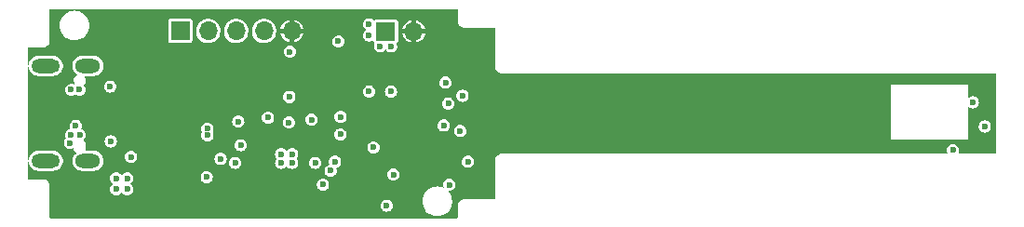
<source format=gbr>
%TF.GenerationSoftware,KiCad,Pcbnew,(6.0.1)*%
%TF.CreationDate,2022-11-23T23:22:51+01:00*%
%TF.ProjectId,usb-magnetometer,7573622d-6d61-4676-9e65-746f6d657465,rev?*%
%TF.SameCoordinates,Original*%
%TF.FileFunction,Copper,L2,Inr*%
%TF.FilePolarity,Positive*%
%FSLAX46Y46*%
G04 Gerber Fmt 4.6, Leading zero omitted, Abs format (unit mm)*
G04 Created by KiCad (PCBNEW (6.0.1)) date 2022-11-23 23:22:51*
%MOMM*%
%LPD*%
G01*
G04 APERTURE LIST*
%TA.AperFunction,ComponentPad*%
%ADD10O,2.600000X1.300000*%
%TD*%
%TA.AperFunction,ComponentPad*%
%ADD11O,2.300000X1.300000*%
%TD*%
%TA.AperFunction,ComponentPad*%
%ADD12R,1.700000X1.700000*%
%TD*%
%TA.AperFunction,ComponentPad*%
%ADD13O,1.700000X1.700000*%
%TD*%
%TA.AperFunction,ViaPad*%
%ADD14C,0.600000*%
%TD*%
G04 APERTURE END LIST*
D10*
%TO.N,Net-(J1-PadS1)*%
%TO.C,J1*%
X50100000Y-147420000D03*
D11*
X53925000Y-147420000D03*
D10*
X50100000Y-138780000D03*
D11*
X53925000Y-138780000D03*
%TD*%
D12*
%TO.N,VDD*%
%TO.C,J2*%
X62325000Y-135600000D03*
D13*
%TO.N,Net-(J2-Pad2)*%
X64865000Y-135600000D03*
%TO.N,Net-(J2-Pad3)*%
X67405000Y-135600000D03*
%TO.N,Net-(J2-Pad4)*%
X69945000Y-135600000D03*
%TO.N,GND*%
X72485000Y-135600000D03*
%TD*%
D12*
%TO.N,VDD*%
%TO.C,J3*%
X81025000Y-135650000D03*
D13*
%TO.N,GND*%
X83565000Y-135650000D03*
%TD*%
D14*
%TO.N,GND*%
X78400000Y-144200000D03*
%TO.N,/nSLEEP*%
X70303844Y-143475500D03*
X76908496Y-143430056D03*
%TO.N,/MCU_RX*%
X74264896Y-143674500D03*
%TO.N,GND*%
X86450000Y-141150000D03*
X77600000Y-136550000D03*
X110000000Y-143000000D03*
X61000000Y-142000000D03*
X88500000Y-150500000D03*
X92000000Y-143000000D03*
X98000000Y-141500000D03*
X68850000Y-140850000D03*
X85000000Y-136000000D03*
X57050000Y-152300000D03*
X87000000Y-136000000D03*
X70850000Y-140850000D03*
X136250000Y-141500000D03*
X95000000Y-139750000D03*
X101000000Y-144750000D03*
X75000000Y-136000000D03*
X97982690Y-142999999D03*
X98000000Y-144750000D03*
X67000000Y-134000000D03*
X101000000Y-141500000D03*
X59050000Y-152300000D03*
X119000000Y-144750000D03*
X85000000Y-134000000D03*
X71000000Y-134000000D03*
X116000000Y-141500000D03*
X55000000Y-136000000D03*
X113000000Y-139750000D03*
X77050000Y-152300000D03*
X56100000Y-142450000D03*
X89000000Y-144750000D03*
X87050000Y-152300000D03*
X116000000Y-144750000D03*
X128000000Y-146450000D03*
X73000000Y-134000000D03*
X110000000Y-146450000D03*
X63000000Y-142000000D03*
X135450000Y-143450000D03*
X49000000Y-148800000D03*
X55050000Y-152300000D03*
X89000000Y-141500000D03*
X113000000Y-144750000D03*
X91994968Y-141492452D03*
X59000000Y-138000000D03*
X84100000Y-148700000D03*
X131000000Y-139750000D03*
X113000000Y-141500000D03*
X116000000Y-146450000D03*
X59000000Y-136000000D03*
X89000000Y-139750000D03*
X72650000Y-145800000D03*
X77000000Y-134000000D03*
X57000000Y-139500000D03*
X55750000Y-139500000D03*
X92000000Y-144750000D03*
X89000000Y-138000000D03*
X87000000Y-134000000D03*
X110000000Y-139750000D03*
X125000000Y-144750000D03*
X49000000Y-146000000D03*
X122000000Y-143000000D03*
X51050000Y-152300000D03*
X53050000Y-152300000D03*
X82000000Y-145000000D03*
X110000000Y-144750000D03*
X79000000Y-134000000D03*
X74650000Y-150400000D03*
X61050000Y-152300000D03*
X51000000Y-134000000D03*
X95000000Y-143000000D03*
X122000000Y-144750000D03*
X72750000Y-150400000D03*
X116000000Y-143000000D03*
X107000000Y-144750000D03*
X104000000Y-144750000D03*
X95000000Y-144750000D03*
X52400000Y-141900000D03*
X95000000Y-141500000D03*
X66800000Y-144850000D03*
X65000000Y-134000000D03*
X125000000Y-141500000D03*
X71050000Y-142300000D03*
X73050000Y-152300000D03*
X87000000Y-138000000D03*
X59100000Y-145300000D03*
X81000000Y-143000000D03*
X136250000Y-143000000D03*
X55000000Y-134000000D03*
X80200000Y-151500000D03*
X98000000Y-146450000D03*
X79050000Y-152300000D03*
X57000000Y-136000000D03*
X55750000Y-147500000D03*
X49000000Y-143100000D03*
X131000000Y-146450000D03*
X63000000Y-134000000D03*
X53000000Y-149000000D03*
X71050000Y-152300000D03*
X62350000Y-144700000D03*
X56050000Y-144600000D03*
X63000000Y-138000000D03*
X101000000Y-143000000D03*
X134000000Y-146450000D03*
X63000000Y-151000000D03*
X101000000Y-139750000D03*
X68950000Y-150400000D03*
X75000000Y-134000000D03*
X104000000Y-146450000D03*
X113000000Y-143000000D03*
X85000000Y-138000000D03*
X65050000Y-152300000D03*
X92000000Y-146450000D03*
X57000000Y-138000000D03*
X121991412Y-141490428D03*
X75050000Y-152300000D03*
X125000000Y-146450000D03*
X107000000Y-139750000D03*
X125000000Y-143000000D03*
X110000000Y-141500000D03*
X61000000Y-138000000D03*
X69000000Y-134000000D03*
X92000000Y-139750000D03*
X136250000Y-146450000D03*
X122000000Y-146450000D03*
X128000000Y-139750000D03*
X104000000Y-143000000D03*
X104000000Y-141500000D03*
X83000000Y-137000000D03*
X58999015Y-150990920D03*
X51000000Y-136000000D03*
X66050000Y-141850000D03*
X90500000Y-150500000D03*
X81050000Y-152300000D03*
X59000000Y-134000000D03*
X71500000Y-145900000D03*
X63000000Y-140000000D03*
X85000000Y-135000000D03*
X69050000Y-152300000D03*
X101000000Y-146450000D03*
X136250000Y-139750000D03*
X83050000Y-152300000D03*
X122000000Y-139750000D03*
X70800000Y-150400000D03*
X125000000Y-139750000D03*
X119000000Y-141500000D03*
X76950000Y-150400000D03*
X95000000Y-146450000D03*
X98000000Y-139750000D03*
X52400000Y-143150000D03*
X104000000Y-139750000D03*
X58100000Y-140850000D03*
X134000000Y-139750000D03*
X49000000Y-140000000D03*
X89000000Y-136000000D03*
X51000000Y-149000000D03*
X57000000Y-134000000D03*
X107000000Y-143000000D03*
X119000000Y-146450000D03*
X90500000Y-148500000D03*
X113000000Y-146450000D03*
X61000000Y-134000000D03*
X136250000Y-144750000D03*
X84000000Y-137000000D03*
X66500000Y-148400000D03*
X49000000Y-137600000D03*
X107000000Y-141500000D03*
X89000000Y-143000000D03*
X84550000Y-152300000D03*
X51000000Y-151000000D03*
X55000000Y-151000000D03*
X119000000Y-139750000D03*
X119000000Y-143000000D03*
X63050000Y-152300000D03*
X67050000Y-152300000D03*
X107000000Y-146450000D03*
X116000000Y-139750000D03*
X61000000Y-140000000D03*
X83000000Y-134000000D03*
X81000000Y-134000000D03*
%TO.N,VDD*%
X135500000Y-144300000D03*
X132600000Y-146450000D03*
X71500000Y-147600000D03*
X79500000Y-136000000D03*
X64800000Y-145100000D03*
X74600000Y-147600000D03*
X86800000Y-149600000D03*
X81100000Y-151500000D03*
X79500000Y-135000000D03*
X76700000Y-136550000D03*
X71500000Y-146800000D03*
X80500000Y-137000000D03*
X86450000Y-140300000D03*
X72500000Y-147600000D03*
X81500000Y-137000000D03*
X64800000Y-144500000D03*
X72500000Y-146800000D03*
%TO.N,/nRST*%
X79900000Y-146200000D03*
X72300000Y-137500000D03*
%TO.N,Net-(J1-PadB5)*%
X57850000Y-147050000D03*
X52824407Y-144229133D03*
%TO.N,/RTS*%
X76000000Y-148300000D03*
X81723608Y-148664079D03*
%TO.N,/CTS*%
X72200000Y-143925500D03*
X76900000Y-145000000D03*
%TO.N,/RI*%
X67824500Y-146000000D03*
X76400000Y-147500000D03*
X75300000Y-149582000D03*
X67324500Y-147600000D03*
%TO.N,/MCU_RX*%
X66000000Y-147250000D03*
X64737398Y-148890826D03*
X72250000Y-141600000D03*
%TO.N,/MCU_TX*%
X67600000Y-143850000D03*
%TO.N,/SPI_SCK*%
X87771937Y-144705908D03*
X88000000Y-141500000D03*
%TO.N,/SPI_MOSI*%
X86700000Y-142200000D03*
%TO.N,/SPI_MISO*%
X86300000Y-144200000D03*
%TO.N,/MAG_INT*%
X88500000Y-147500000D03*
X134400000Y-142100000D03*
%TO.N,Net-(TP8-Pad1)*%
X79500000Y-141100000D03*
%TO.N,Net-(TP9-Pad1)*%
X81500000Y-141100000D03*
%TO.N,/VBUS*%
X52400000Y-140950000D03*
X53150000Y-140950000D03*
X55950000Y-140650000D03*
X56500000Y-149000000D03*
X57500000Y-150000000D03*
X56500000Y-150000000D03*
X52400000Y-145050000D03*
X56000000Y-145650000D03*
X53174080Y-145052617D03*
X52300000Y-145800000D03*
X57500000Y-149000000D03*
%TD*%
%TA.AperFunction,Conductor*%
%TO.N,GND*%
G36*
X87535648Y-133614352D02*
G01*
X87550000Y-133649000D01*
X87550000Y-134618595D01*
X87549397Y-134626261D01*
X87545637Y-134650000D01*
X87546240Y-134653808D01*
X87546240Y-134653809D01*
X87546331Y-134654384D01*
X87546626Y-134656561D01*
X87562287Y-134795554D01*
X87583097Y-134855026D01*
X87598138Y-134898008D01*
X87610665Y-134933809D01*
X87688594Y-135057833D01*
X87792167Y-135161406D01*
X87916191Y-135239335D01*
X87918786Y-135240243D01*
X87918788Y-135240244D01*
X87947335Y-135250233D01*
X88054446Y-135287713D01*
X88057179Y-135288021D01*
X88123765Y-135295524D01*
X88134508Y-135297982D01*
X88136082Y-135298534D01*
X88136083Y-135298534D01*
X88138993Y-135299556D01*
X88142064Y-135299822D01*
X88143064Y-135299909D01*
X88143073Y-135299909D01*
X88144119Y-135300000D01*
X88160743Y-135300000D01*
X88166227Y-135300308D01*
X88193443Y-135303374D01*
X88195616Y-135303669D01*
X88196191Y-135303760D01*
X88196192Y-135303760D01*
X88200000Y-135304363D01*
X88203807Y-135303760D01*
X88205468Y-135303497D01*
X88223739Y-135300603D01*
X88231405Y-135300000D01*
X90901000Y-135300000D01*
X90935648Y-135314352D01*
X90950000Y-135349000D01*
X90950000Y-138768595D01*
X90949397Y-138776261D01*
X90945637Y-138800000D01*
X90946240Y-138803808D01*
X90946240Y-138803809D01*
X90946331Y-138804384D01*
X90946626Y-138806561D01*
X90962287Y-138945554D01*
X90963196Y-138948151D01*
X91001822Y-139058536D01*
X91010665Y-139083809D01*
X91088594Y-139207833D01*
X91192167Y-139311406D01*
X91316191Y-139389335D01*
X91318786Y-139390243D01*
X91318788Y-139390244D01*
X91385319Y-139413524D01*
X91454446Y-139437713D01*
X91457179Y-139438021D01*
X91523765Y-139445524D01*
X91534508Y-139447982D01*
X91536082Y-139448534D01*
X91536083Y-139448534D01*
X91538993Y-139449556D01*
X91542064Y-139449822D01*
X91543064Y-139449909D01*
X91543073Y-139449909D01*
X91544119Y-139450000D01*
X91560743Y-139450000D01*
X91566227Y-139450308D01*
X91593443Y-139453374D01*
X91595616Y-139453669D01*
X91596191Y-139453760D01*
X91596192Y-139453760D01*
X91600000Y-139454363D01*
X91603807Y-139453760D01*
X91605468Y-139453497D01*
X91623739Y-139450603D01*
X91631405Y-139450000D01*
X136501000Y-139450000D01*
X136535648Y-139464352D01*
X136550000Y-139499000D01*
X136550000Y-146701000D01*
X136535648Y-146735648D01*
X136501000Y-146750000D01*
X133149256Y-146750000D01*
X133114608Y-146735648D01*
X133100256Y-146701000D01*
X133103986Y-146682248D01*
X133114414Y-146657075D01*
X133140228Y-146594754D01*
X133159285Y-146450000D01*
X133144672Y-146339000D01*
X133140647Y-146308428D01*
X133140647Y-146308427D01*
X133140228Y-146305246D01*
X133139001Y-146302284D01*
X133139000Y-146302280D01*
X133085584Y-146173325D01*
X133084355Y-146170358D01*
X132995474Y-146054526D01*
X132879643Y-145965645D01*
X132876680Y-145964418D01*
X132876677Y-145964416D01*
X132747720Y-145911000D01*
X132747716Y-145910999D01*
X132744754Y-145909772D01*
X132741573Y-145909353D01*
X132741572Y-145909353D01*
X132603183Y-145891134D01*
X132600000Y-145890715D01*
X132596817Y-145891134D01*
X132458428Y-145909353D01*
X132458427Y-145909353D01*
X132455246Y-145909772D01*
X132452284Y-145910999D01*
X132452280Y-145911000D01*
X132363632Y-145947720D01*
X132320358Y-145965645D01*
X132204526Y-146054526D01*
X132115645Y-146170358D01*
X132114416Y-146173325D01*
X132061000Y-146302280D01*
X132060999Y-146302284D01*
X132059772Y-146305246D01*
X132059353Y-146308427D01*
X132059353Y-146308428D01*
X132055328Y-146339000D01*
X132040715Y-146450000D01*
X132059772Y-146594754D01*
X132085587Y-146657075D01*
X132096014Y-146682248D01*
X132096014Y-146719751D01*
X132069496Y-146746270D01*
X132050744Y-146750000D01*
X91631405Y-146750000D01*
X91623739Y-146749397D01*
X91606244Y-146746626D01*
X91600000Y-146745637D01*
X91596192Y-146746240D01*
X91596191Y-146746240D01*
X91595616Y-146746331D01*
X91593437Y-146746626D01*
X91454446Y-146762287D01*
X91431381Y-146770358D01*
X91318788Y-146809756D01*
X91318786Y-146809757D01*
X91316191Y-146810665D01*
X91192167Y-146888594D01*
X91088594Y-146992167D01*
X91010665Y-147116191D01*
X91009757Y-147118786D01*
X91009756Y-147118788D01*
X90991776Y-147170171D01*
X90962287Y-147254446D01*
X90961979Y-147257179D01*
X90954476Y-147323765D01*
X90952018Y-147334508D01*
X90951948Y-147334709D01*
X90950444Y-147338993D01*
X90950000Y-147344119D01*
X90950000Y-147360743D01*
X90949692Y-147366227D01*
X90946836Y-147391572D01*
X90946626Y-147393440D01*
X90946331Y-147395616D01*
X90945637Y-147400000D01*
X90946240Y-147403807D01*
X90949397Y-147423739D01*
X90950000Y-147431405D01*
X90950000Y-150851000D01*
X90935648Y-150885648D01*
X90901000Y-150900000D01*
X88231405Y-150900000D01*
X88223739Y-150899397D01*
X88206244Y-150896626D01*
X88200000Y-150895637D01*
X88196192Y-150896240D01*
X88196191Y-150896240D01*
X88195616Y-150896331D01*
X88193437Y-150896626D01*
X88054446Y-150912287D01*
X88025391Y-150922454D01*
X87918788Y-150959756D01*
X87918786Y-150959757D01*
X87916191Y-150960665D01*
X87792167Y-151038594D01*
X87688594Y-151142167D01*
X87610665Y-151266191D01*
X87562287Y-151404446D01*
X87561979Y-151407179D01*
X87554476Y-151473765D01*
X87552018Y-151484508D01*
X87551466Y-151486082D01*
X87550444Y-151488993D01*
X87550000Y-151494119D01*
X87550000Y-151510743D01*
X87549692Y-151516227D01*
X87547017Y-151539969D01*
X87546626Y-151543440D01*
X87546331Y-151545616D01*
X87545637Y-151550000D01*
X87546240Y-151553807D01*
X87549397Y-151573739D01*
X87550000Y-151581405D01*
X87550000Y-152601000D01*
X87535648Y-152635648D01*
X87501000Y-152650000D01*
X50499000Y-152650000D01*
X50464352Y-152635648D01*
X50450000Y-152601000D01*
X50450000Y-151500000D01*
X80540715Y-151500000D01*
X80541134Y-151503183D01*
X80548802Y-151561424D01*
X80559772Y-151644754D01*
X80560999Y-151647716D01*
X80561000Y-151647720D01*
X80601892Y-151746439D01*
X80615645Y-151779642D01*
X80704526Y-151895474D01*
X80820357Y-151984355D01*
X80823320Y-151985582D01*
X80823323Y-151985584D01*
X80952280Y-152039000D01*
X80952284Y-152039001D01*
X80955246Y-152040228D01*
X80958427Y-152040647D01*
X80958428Y-152040647D01*
X81096817Y-152058866D01*
X81100000Y-152059285D01*
X81103183Y-152058866D01*
X81241572Y-152040647D01*
X81241573Y-152040647D01*
X81244754Y-152040228D01*
X81247716Y-152039001D01*
X81247720Y-152039000D01*
X81376677Y-151985584D01*
X81376680Y-151985582D01*
X81379643Y-151984355D01*
X81495474Y-151895474D01*
X81584355Y-151779642D01*
X81598108Y-151746439D01*
X81639000Y-151647720D01*
X81639001Y-151647716D01*
X81640228Y-151644754D01*
X81651199Y-151561424D01*
X81658866Y-151503183D01*
X81659285Y-151500000D01*
X81657453Y-151486082D01*
X81640647Y-151358428D01*
X81640647Y-151358427D01*
X81640228Y-151355246D01*
X81639001Y-151352284D01*
X81639000Y-151352280D01*
X81585584Y-151223325D01*
X81584355Y-151220358D01*
X81495474Y-151104526D01*
X81489576Y-151100000D01*
X84344843Y-151100000D01*
X84345029Y-151102126D01*
X84345029Y-151102129D01*
X84359383Y-151266191D01*
X84365431Y-151335321D01*
X84365986Y-151337391D01*
X84365986Y-151337393D01*
X84413905Y-151516230D01*
X84426569Y-151563491D01*
X84437864Y-151587713D01*
X84511880Y-151746439D01*
X84526400Y-151777578D01*
X84527626Y-151779328D01*
X84527626Y-151779329D01*
X84608952Y-151895474D01*
X84661890Y-151971078D01*
X84828922Y-152138110D01*
X85022421Y-152273600D01*
X85236509Y-152373431D01*
X85238574Y-152373984D01*
X85238576Y-152373985D01*
X85462607Y-152434014D01*
X85462609Y-152434014D01*
X85464679Y-152434569D01*
X85466806Y-152434755D01*
X85466811Y-152434756D01*
X85697874Y-152454971D01*
X85700000Y-152455157D01*
X85702126Y-152454971D01*
X85933189Y-152434756D01*
X85933194Y-152434755D01*
X85935321Y-152434569D01*
X85937391Y-152434014D01*
X85937393Y-152434014D01*
X86161424Y-152373985D01*
X86161426Y-152373984D01*
X86163491Y-152373431D01*
X86377579Y-152273600D01*
X86571078Y-152138110D01*
X86738110Y-151971078D01*
X86791049Y-151895474D01*
X86872374Y-151779329D01*
X86872374Y-151779328D01*
X86873600Y-151777578D01*
X86888121Y-151746439D01*
X86962136Y-151587713D01*
X86973431Y-151563491D01*
X86986095Y-151516230D01*
X87034014Y-151337393D01*
X87034014Y-151337391D01*
X87034569Y-151335321D01*
X87044368Y-151223325D01*
X87054971Y-151102126D01*
X87055157Y-151100000D01*
X87047777Y-151015645D01*
X87034756Y-150866811D01*
X87034755Y-150866806D01*
X87034569Y-150864679D01*
X87015321Y-150792842D01*
X86973985Y-150638576D01*
X86973984Y-150638574D01*
X86973431Y-150636509D01*
X86873600Y-150422422D01*
X86872374Y-150420671D01*
X86741988Y-150234460D01*
X86733870Y-150197846D01*
X86754021Y-150166217D01*
X86788521Y-150157774D01*
X86796816Y-150158866D01*
X86796817Y-150158866D01*
X86800000Y-150159285D01*
X86803183Y-150158866D01*
X86941572Y-150140647D01*
X86941573Y-150140647D01*
X86944754Y-150140228D01*
X86947716Y-150139001D01*
X86947720Y-150139000D01*
X87076677Y-150085584D01*
X87076680Y-150085582D01*
X87079643Y-150084355D01*
X87195474Y-149995474D01*
X87284355Y-149879642D01*
X87297235Y-149848548D01*
X87339000Y-149747720D01*
X87339001Y-149747716D01*
X87340228Y-149744754D01*
X87340942Y-149739335D01*
X87358866Y-149603183D01*
X87359285Y-149600000D01*
X87341669Y-149466191D01*
X87340647Y-149458428D01*
X87340647Y-149458427D01*
X87340228Y-149455246D01*
X87339001Y-149452284D01*
X87339000Y-149452280D01*
X87285584Y-149323325D01*
X87284355Y-149320358D01*
X87195474Y-149204526D01*
X87147223Y-149167501D01*
X87082192Y-149117601D01*
X87079643Y-149115645D01*
X87073731Y-149113196D01*
X86947720Y-149061000D01*
X86947716Y-149060999D01*
X86944754Y-149059772D01*
X86941573Y-149059353D01*
X86941572Y-149059353D01*
X86803183Y-149041134D01*
X86800000Y-149040715D01*
X86796817Y-149041134D01*
X86658428Y-149059353D01*
X86658427Y-149059353D01*
X86655246Y-149059772D01*
X86652284Y-149060999D01*
X86652280Y-149061000D01*
X86526270Y-149113196D01*
X86520358Y-149115645D01*
X86404526Y-149204526D01*
X86315645Y-149320358D01*
X86314416Y-149323325D01*
X86261000Y-149452280D01*
X86260999Y-149452284D01*
X86259772Y-149455246D01*
X86259353Y-149458427D01*
X86259353Y-149458428D01*
X86258331Y-149466191D01*
X86240715Y-149600000D01*
X86241134Y-149603183D01*
X86259059Y-149739335D01*
X86259772Y-149744754D01*
X86261000Y-149747718D01*
X86261000Y-149747719D01*
X86261945Y-149750000D01*
X86274954Y-149781405D01*
X86276603Y-149785387D01*
X86276603Y-149822890D01*
X86250085Y-149849409D01*
X86210625Y-149848548D01*
X86197720Y-149842531D01*
X86163491Y-149826569D01*
X86161426Y-149826016D01*
X86161424Y-149826015D01*
X85937393Y-149765986D01*
X85937391Y-149765986D01*
X85935321Y-149765431D01*
X85933194Y-149765245D01*
X85933189Y-149765244D01*
X85702126Y-149745029D01*
X85700000Y-149744843D01*
X85697874Y-149745029D01*
X85466811Y-149765244D01*
X85466806Y-149765245D01*
X85464679Y-149765431D01*
X85462609Y-149765986D01*
X85462607Y-149765986D01*
X85238576Y-149826015D01*
X85238574Y-149826016D01*
X85236509Y-149826569D01*
X85168188Y-149858428D01*
X85062994Y-149907481D01*
X85022422Y-149926400D01*
X85020672Y-149927626D01*
X85020671Y-149927626D01*
X84920981Y-149997430D01*
X84828922Y-150061890D01*
X84661890Y-150228922D01*
X84660660Y-150230679D01*
X84660658Y-150230681D01*
X84527626Y-150420671D01*
X84526400Y-150422422D01*
X84426569Y-150636509D01*
X84426016Y-150638574D01*
X84426015Y-150638576D01*
X84384680Y-150792842D01*
X84365431Y-150864679D01*
X84365245Y-150866806D01*
X84365244Y-150866811D01*
X84352629Y-151011007D01*
X84345439Y-151093193D01*
X84344843Y-151100000D01*
X81489576Y-151100000D01*
X81379643Y-151015645D01*
X81376680Y-151014418D01*
X81376677Y-151014416D01*
X81247720Y-150961000D01*
X81247716Y-150960999D01*
X81244754Y-150959772D01*
X81241573Y-150959353D01*
X81241572Y-150959353D01*
X81103183Y-150941134D01*
X81100000Y-150940715D01*
X81096817Y-150941134D01*
X80958428Y-150959353D01*
X80958427Y-150959353D01*
X80955246Y-150959772D01*
X80952284Y-150960999D01*
X80952280Y-150961000D01*
X80890707Y-150986505D01*
X80820358Y-151015645D01*
X80817809Y-151017601D01*
X80716219Y-151095554D01*
X80704526Y-151104526D01*
X80615645Y-151220358D01*
X80614416Y-151223325D01*
X80561000Y-151352280D01*
X80560999Y-151352284D01*
X80559772Y-151355246D01*
X80559353Y-151358427D01*
X80559353Y-151358428D01*
X80542547Y-151486082D01*
X80540715Y-151500000D01*
X50450000Y-151500000D01*
X50450000Y-150000000D01*
X55940715Y-150000000D01*
X55959772Y-150144754D01*
X55960999Y-150147716D01*
X55961000Y-150147720D01*
X55994007Y-150227404D01*
X56015645Y-150279642D01*
X56104526Y-150395474D01*
X56220357Y-150484355D01*
X56223320Y-150485582D01*
X56223323Y-150485584D01*
X56352280Y-150539000D01*
X56352284Y-150539001D01*
X56355246Y-150540228D01*
X56358427Y-150540647D01*
X56358428Y-150540647D01*
X56496817Y-150558866D01*
X56500000Y-150559285D01*
X56503183Y-150558866D01*
X56641572Y-150540647D01*
X56641573Y-150540647D01*
X56644754Y-150540228D01*
X56647716Y-150539001D01*
X56647720Y-150539000D01*
X56776677Y-150485584D01*
X56776680Y-150485582D01*
X56779643Y-150484355D01*
X56895474Y-150395474D01*
X56961125Y-150309915D01*
X56993604Y-150291163D01*
X57029829Y-150300870D01*
X57038874Y-150309915D01*
X57104526Y-150395474D01*
X57220357Y-150484355D01*
X57223320Y-150485582D01*
X57223323Y-150485584D01*
X57352280Y-150539000D01*
X57352284Y-150539001D01*
X57355246Y-150540228D01*
X57358427Y-150540647D01*
X57358428Y-150540647D01*
X57496817Y-150558866D01*
X57500000Y-150559285D01*
X57503183Y-150558866D01*
X57641572Y-150540647D01*
X57641573Y-150540647D01*
X57644754Y-150540228D01*
X57647716Y-150539001D01*
X57647720Y-150539000D01*
X57776677Y-150485584D01*
X57776680Y-150485582D01*
X57779643Y-150484355D01*
X57895474Y-150395474D01*
X57984355Y-150279642D01*
X58005993Y-150227404D01*
X58039000Y-150147720D01*
X58039001Y-150147716D01*
X58040228Y-150144754D01*
X58059285Y-150000000D01*
X58049757Y-149927626D01*
X58040647Y-149858428D01*
X58040647Y-149858427D01*
X58040228Y-149855246D01*
X58039001Y-149852284D01*
X58039000Y-149852280D01*
X57985584Y-149723325D01*
X57984355Y-149720358D01*
X57939120Y-149661406D01*
X57897430Y-149607075D01*
X57895474Y-149604526D01*
X57866118Y-149582000D01*
X74740715Y-149582000D01*
X74741134Y-149585183D01*
X74759321Y-149723325D01*
X74759772Y-149726754D01*
X74760999Y-149729716D01*
X74761000Y-149729720D01*
X74810221Y-149848548D01*
X74815645Y-149861642D01*
X74904526Y-149977474D01*
X75020357Y-150066355D01*
X75023320Y-150067582D01*
X75023323Y-150067584D01*
X75152280Y-150121000D01*
X75152284Y-150121001D01*
X75155246Y-150122228D01*
X75158427Y-150122647D01*
X75158428Y-150122647D01*
X75296817Y-150140866D01*
X75300000Y-150141285D01*
X75303183Y-150140866D01*
X75441572Y-150122647D01*
X75441573Y-150122647D01*
X75444754Y-150122228D01*
X75447716Y-150121001D01*
X75447720Y-150121000D01*
X75576677Y-150067584D01*
X75576680Y-150067582D01*
X75579643Y-150066355D01*
X75695474Y-149977474D01*
X75784355Y-149861642D01*
X75789779Y-149848548D01*
X75839000Y-149729720D01*
X75839001Y-149729716D01*
X75840228Y-149726754D01*
X75840680Y-149723325D01*
X75858866Y-149585183D01*
X75859285Y-149582000D01*
X75840228Y-149437246D01*
X75839001Y-149434284D01*
X75839000Y-149434280D01*
X75785584Y-149305325D01*
X75784355Y-149302358D01*
X75695474Y-149186526D01*
X75579643Y-149097645D01*
X75576680Y-149096418D01*
X75576677Y-149096416D01*
X75447720Y-149043000D01*
X75447716Y-149042999D01*
X75444754Y-149041772D01*
X75441573Y-149041353D01*
X75441572Y-149041353D01*
X75303183Y-149023134D01*
X75300000Y-149022715D01*
X75296817Y-149023134D01*
X75158428Y-149041353D01*
X75158427Y-149041353D01*
X75155246Y-149041772D01*
X75152284Y-149042999D01*
X75152280Y-149043000D01*
X75049321Y-149085648D01*
X75020358Y-149097645D01*
X74904526Y-149186526D01*
X74815645Y-149302358D01*
X74814416Y-149305325D01*
X74761000Y-149434280D01*
X74760999Y-149434284D01*
X74759772Y-149437246D01*
X74740715Y-149582000D01*
X57866118Y-149582000D01*
X57809915Y-149538873D01*
X57791163Y-149506396D01*
X57800870Y-149470171D01*
X57809915Y-149461126D01*
X57821444Y-149452280D01*
X57895474Y-149395474D01*
X57984355Y-149279642D01*
X58001964Y-149237130D01*
X58039000Y-149147720D01*
X58039001Y-149147716D01*
X58040228Y-149144754D01*
X58046062Y-149100444D01*
X58058866Y-149003183D01*
X58059285Y-149000000D01*
X58044912Y-148890826D01*
X64178113Y-148890826D01*
X64197170Y-149035580D01*
X64198397Y-149038542D01*
X64198398Y-149038546D01*
X64233155Y-149122454D01*
X64253043Y-149170468D01*
X64341924Y-149286300D01*
X64344473Y-149288256D01*
X64399840Y-149330741D01*
X64457755Y-149375181D01*
X64460718Y-149376408D01*
X64460721Y-149376410D01*
X64589678Y-149429826D01*
X64589682Y-149429827D01*
X64592644Y-149431054D01*
X64595825Y-149431473D01*
X64595826Y-149431473D01*
X64734215Y-149449692D01*
X64737398Y-149450111D01*
X64740581Y-149449692D01*
X64878970Y-149431473D01*
X64878971Y-149431473D01*
X64882152Y-149431054D01*
X64885114Y-149429827D01*
X64885118Y-149429826D01*
X65014075Y-149376410D01*
X65014078Y-149376408D01*
X65017041Y-149375181D01*
X65074956Y-149330741D01*
X65130323Y-149288256D01*
X65132872Y-149286300D01*
X65221753Y-149170468D01*
X65241641Y-149122454D01*
X65276398Y-149038546D01*
X65276399Y-149038542D01*
X65277626Y-149035580D01*
X65296683Y-148890826D01*
X65282666Y-148784355D01*
X65278045Y-148749254D01*
X65278045Y-148749253D01*
X65277626Y-148746072D01*
X65276399Y-148743110D01*
X65276398Y-148743106D01*
X65222982Y-148614151D01*
X65221753Y-148611184D01*
X65132872Y-148495352D01*
X65017041Y-148406471D01*
X65014078Y-148405244D01*
X65014075Y-148405242D01*
X64885118Y-148351826D01*
X64885114Y-148351825D01*
X64882152Y-148350598D01*
X64878971Y-148350179D01*
X64878970Y-148350179D01*
X64740581Y-148331960D01*
X64737398Y-148331541D01*
X64734215Y-148331960D01*
X64595826Y-148350179D01*
X64595825Y-148350179D01*
X64592644Y-148350598D01*
X64589682Y-148351825D01*
X64589678Y-148351826D01*
X64510950Y-148384437D01*
X64457756Y-148406471D01*
X64341924Y-148495352D01*
X64253043Y-148611184D01*
X64251814Y-148614151D01*
X64198398Y-148743106D01*
X64198397Y-148743110D01*
X64197170Y-148746072D01*
X64196751Y-148749253D01*
X64196751Y-148749254D01*
X64192130Y-148784355D01*
X64178113Y-148890826D01*
X58044912Y-148890826D01*
X58040228Y-148855246D01*
X58039001Y-148852284D01*
X58039000Y-148852280D01*
X57985584Y-148723325D01*
X57984355Y-148720358D01*
X57895474Y-148604526D01*
X57779643Y-148515645D01*
X57776680Y-148514418D01*
X57776677Y-148514416D01*
X57647720Y-148461000D01*
X57647716Y-148460999D01*
X57644754Y-148459772D01*
X57641573Y-148459353D01*
X57641572Y-148459353D01*
X57503183Y-148441134D01*
X57500000Y-148440715D01*
X57496817Y-148441134D01*
X57358428Y-148459353D01*
X57358427Y-148459353D01*
X57355246Y-148459772D01*
X57352284Y-148460999D01*
X57352280Y-148461000D01*
X57274071Y-148493396D01*
X57220358Y-148515645D01*
X57217809Y-148517601D01*
X57133634Y-148582191D01*
X57104526Y-148604526D01*
X57102570Y-148607075D01*
X57038874Y-148690085D01*
X57006396Y-148708837D01*
X56970171Y-148699130D01*
X56961126Y-148690085D01*
X56897430Y-148607075D01*
X56895474Y-148604526D01*
X56779643Y-148515645D01*
X56776680Y-148514418D01*
X56776677Y-148514416D01*
X56647720Y-148461000D01*
X56647716Y-148460999D01*
X56644754Y-148459772D01*
X56641573Y-148459353D01*
X56641572Y-148459353D01*
X56503183Y-148441134D01*
X56500000Y-148440715D01*
X56496817Y-148441134D01*
X56358428Y-148459353D01*
X56358427Y-148459353D01*
X56355246Y-148459772D01*
X56352284Y-148460999D01*
X56352280Y-148461000D01*
X56274071Y-148493396D01*
X56220358Y-148515645D01*
X56217809Y-148517601D01*
X56133634Y-148582191D01*
X56104526Y-148604526D01*
X56015645Y-148720358D01*
X56014416Y-148723325D01*
X55961000Y-148852280D01*
X55960999Y-148852284D01*
X55959772Y-148855246D01*
X55940715Y-149000000D01*
X55941134Y-149003183D01*
X55953939Y-149100444D01*
X55959772Y-149144754D01*
X55960999Y-149147716D01*
X55961000Y-149147720D01*
X55998036Y-149237130D01*
X56015645Y-149279642D01*
X56104526Y-149395474D01*
X56178557Y-149452280D01*
X56190085Y-149461126D01*
X56208837Y-149493604D01*
X56199130Y-149529829D01*
X56190085Y-149538874D01*
X56110424Y-149600000D01*
X56104526Y-149604526D01*
X56102570Y-149607075D01*
X56060880Y-149661406D01*
X56015645Y-149720358D01*
X56014416Y-149723325D01*
X55961000Y-149852280D01*
X55960999Y-149852284D01*
X55959772Y-149855246D01*
X55959353Y-149858427D01*
X55959353Y-149858428D01*
X55950243Y-149927626D01*
X55940715Y-150000000D01*
X50450000Y-150000000D01*
X50450000Y-149781405D01*
X50450603Y-149773739D01*
X50453760Y-149753807D01*
X50454363Y-149750000D01*
X50453669Y-149745616D01*
X50453374Y-149743439D01*
X50438021Y-149607180D01*
X50437713Y-149604446D01*
X50406640Y-149515645D01*
X50390244Y-149468788D01*
X50390243Y-149468786D01*
X50389335Y-149466191D01*
X50311406Y-149342167D01*
X50207833Y-149238594D01*
X50083809Y-149160665D01*
X50081214Y-149159757D01*
X50081212Y-149159756D01*
X49960740Y-149117601D01*
X49945554Y-149112287D01*
X49942821Y-149111979D01*
X49876235Y-149104476D01*
X49865492Y-149102018D01*
X49863918Y-149101466D01*
X49863917Y-149101466D01*
X49861007Y-149100444D01*
X49857932Y-149100178D01*
X49856936Y-149100091D01*
X49856927Y-149100091D01*
X49855881Y-149100000D01*
X49839257Y-149100000D01*
X49833773Y-149099692D01*
X49806557Y-149096626D01*
X49804384Y-149096331D01*
X49803809Y-149096240D01*
X49803808Y-149096240D01*
X49800000Y-149095637D01*
X49793756Y-149096626D01*
X49776261Y-149099397D01*
X49768595Y-149100000D01*
X48499000Y-149100000D01*
X48464352Y-149085648D01*
X48450000Y-149051000D01*
X48450000Y-147531978D01*
X48464352Y-147497330D01*
X48499000Y-147482978D01*
X48533648Y-147497330D01*
X48546929Y-147521790D01*
X48585031Y-147701045D01*
X48662365Y-147874741D01*
X48663872Y-147876815D01*
X48663873Y-147876817D01*
X48742898Y-147985584D01*
X48774123Y-148028562D01*
X48776024Y-148030274D01*
X48776028Y-148030278D01*
X48879487Y-148123432D01*
X48915420Y-148155786D01*
X49080080Y-148250853D01*
X49260908Y-148309608D01*
X49304737Y-148314214D01*
X49401331Y-148324367D01*
X49401336Y-148324367D01*
X49402599Y-148324500D01*
X50797401Y-148324500D01*
X50798664Y-148324367D01*
X50798669Y-148324367D01*
X50895263Y-148314214D01*
X50939092Y-148309608D01*
X51119920Y-148250853D01*
X51284580Y-148155786D01*
X51320513Y-148123432D01*
X51423972Y-148030278D01*
X51423976Y-148030274D01*
X51425877Y-148028562D01*
X51457103Y-147985584D01*
X51536127Y-147876817D01*
X51536128Y-147876815D01*
X51537635Y-147874741D01*
X51614969Y-147701045D01*
X51650860Y-147532191D01*
X51653967Y-147517576D01*
X51653967Y-147517573D01*
X51654500Y-147515067D01*
X51654500Y-147324933D01*
X51650906Y-147308022D01*
X51631730Y-147217809D01*
X51614969Y-147138955D01*
X51537635Y-146965259D01*
X51534541Y-146961000D01*
X51427382Y-146813509D01*
X51427380Y-146813507D01*
X51425877Y-146811438D01*
X51423976Y-146809726D01*
X51423972Y-146809722D01*
X51286494Y-146685937D01*
X51286492Y-146685935D01*
X51284580Y-146684214D01*
X51126464Y-146592925D01*
X51122146Y-146590432D01*
X51122145Y-146590431D01*
X51119920Y-146589147D01*
X50939092Y-146530392D01*
X50871853Y-146523325D01*
X50798669Y-146515633D01*
X50798664Y-146515633D01*
X50797401Y-146515500D01*
X49402599Y-146515500D01*
X49401336Y-146515633D01*
X49401331Y-146515633D01*
X49328147Y-146523325D01*
X49260908Y-146530392D01*
X49080080Y-146589147D01*
X49077855Y-146590431D01*
X49077854Y-146590432D01*
X49073536Y-146592925D01*
X48915420Y-146684214D01*
X48913508Y-146685935D01*
X48913506Y-146685937D01*
X48776028Y-146809722D01*
X48776024Y-146809726D01*
X48774123Y-146811438D01*
X48772620Y-146813507D01*
X48772618Y-146813509D01*
X48665459Y-146961000D01*
X48662365Y-146965259D01*
X48585031Y-147138955D01*
X48568270Y-147217809D01*
X48546929Y-147318210D01*
X48525687Y-147349117D01*
X48488812Y-147355951D01*
X48457905Y-147334709D01*
X48450000Y-147308022D01*
X48450000Y-145800000D01*
X51740715Y-145800000D01*
X51759772Y-145944754D01*
X51760999Y-145947716D01*
X51761000Y-145947720D01*
X51805540Y-146055246D01*
X51815645Y-146079642D01*
X51904526Y-146195474D01*
X52020357Y-146284355D01*
X52023320Y-146285582D01*
X52023323Y-146285584D01*
X52152280Y-146339000D01*
X52152284Y-146339001D01*
X52155246Y-146340228D01*
X52158427Y-146340647D01*
X52158428Y-146340647D01*
X52296817Y-146358866D01*
X52300000Y-146359285D01*
X52303183Y-146358866D01*
X52441572Y-146340647D01*
X52441573Y-146340647D01*
X52444754Y-146340228D01*
X52447716Y-146339001D01*
X52447720Y-146339000D01*
X52576679Y-146285583D01*
X52576681Y-146285582D01*
X52579643Y-146284355D01*
X52580770Y-146283490D01*
X52617347Y-146278675D01*
X52647100Y-146301505D01*
X52653212Y-146319354D01*
X52660905Y-146375518D01*
X52721242Y-146514946D01*
X52723343Y-146517541D01*
X52723344Y-146517542D01*
X52728027Y-146523325D01*
X52816850Y-146633013D01*
X52839894Y-146649390D01*
X52859823Y-146681158D01*
X52851451Y-146717714D01*
X52844296Y-146725744D01*
X52751028Y-146809722D01*
X52751025Y-146809726D01*
X52749123Y-146811438D01*
X52747620Y-146813507D01*
X52747618Y-146813509D01*
X52640459Y-146961000D01*
X52637365Y-146965259D01*
X52560031Y-147138955D01*
X52543270Y-147217809D01*
X52524095Y-147308022D01*
X52520500Y-147324933D01*
X52520500Y-147515067D01*
X52521033Y-147517573D01*
X52521033Y-147517576D01*
X52524140Y-147532191D01*
X52560031Y-147701045D01*
X52637365Y-147874741D01*
X52638872Y-147876815D01*
X52638873Y-147876817D01*
X52717898Y-147985584D01*
X52749123Y-148028562D01*
X52751024Y-148030274D01*
X52751028Y-148030278D01*
X52854487Y-148123432D01*
X52890420Y-148155786D01*
X53055080Y-148250853D01*
X53235908Y-148309608D01*
X53279737Y-148314214D01*
X53376331Y-148324367D01*
X53376336Y-148324367D01*
X53377599Y-148324500D01*
X54472401Y-148324500D01*
X54473664Y-148324367D01*
X54473669Y-148324367D01*
X54570263Y-148314214D01*
X54614092Y-148309608D01*
X54643662Y-148300000D01*
X75440715Y-148300000D01*
X75441134Y-148303183D01*
X75454990Y-148408427D01*
X75459772Y-148444754D01*
X75460999Y-148447716D01*
X75461000Y-148447720D01*
X75514416Y-148576675D01*
X75515645Y-148579642D01*
X75604526Y-148695474D01*
X75607075Y-148697430D01*
X75621941Y-148708837D01*
X75720357Y-148784355D01*
X75723320Y-148785582D01*
X75723323Y-148785584D01*
X75852280Y-148839000D01*
X75852284Y-148839001D01*
X75855246Y-148840228D01*
X75858427Y-148840647D01*
X75858428Y-148840647D01*
X75996817Y-148858866D01*
X76000000Y-148859285D01*
X76003183Y-148858866D01*
X76141572Y-148840647D01*
X76141573Y-148840647D01*
X76144754Y-148840228D01*
X76147716Y-148839001D01*
X76147720Y-148839000D01*
X76276677Y-148785584D01*
X76276680Y-148785582D01*
X76279643Y-148784355D01*
X76378059Y-148708837D01*
X76392925Y-148697430D01*
X76395474Y-148695474D01*
X76419564Y-148664079D01*
X81164323Y-148664079D01*
X81183380Y-148808833D01*
X81184607Y-148811795D01*
X81184608Y-148811799D01*
X81204278Y-148859285D01*
X81239253Y-148943721D01*
X81328134Y-149059553D01*
X81443965Y-149148434D01*
X81446928Y-149149661D01*
X81446931Y-149149663D01*
X81575888Y-149203079D01*
X81575892Y-149203080D01*
X81578854Y-149204307D01*
X81582035Y-149204726D01*
X81582036Y-149204726D01*
X81720425Y-149222945D01*
X81723608Y-149223364D01*
X81726791Y-149222945D01*
X81865180Y-149204726D01*
X81865181Y-149204726D01*
X81868362Y-149204307D01*
X81871324Y-149203080D01*
X81871328Y-149203079D01*
X82000285Y-149149663D01*
X82000288Y-149149661D01*
X82003251Y-149148434D01*
X82119082Y-149059553D01*
X82207963Y-148943721D01*
X82242938Y-148859285D01*
X82262608Y-148811799D01*
X82262609Y-148811795D01*
X82263836Y-148808833D01*
X82282893Y-148664079D01*
X82263836Y-148519325D01*
X82262609Y-148516363D01*
X82262608Y-148516359D01*
X82209192Y-148387404D01*
X82207963Y-148384437D01*
X82119082Y-148268605D01*
X82003251Y-148179724D01*
X82000288Y-148178497D01*
X82000285Y-148178495D01*
X81871328Y-148125079D01*
X81871324Y-148125078D01*
X81868362Y-148123851D01*
X81865181Y-148123432D01*
X81865180Y-148123432D01*
X81726791Y-148105213D01*
X81723608Y-148104794D01*
X81720425Y-148105213D01*
X81582036Y-148123432D01*
X81582035Y-148123432D01*
X81578854Y-148123851D01*
X81575892Y-148125078D01*
X81575888Y-148125079D01*
X81446933Y-148178495D01*
X81443966Y-148179724D01*
X81441417Y-148181680D01*
X81352944Y-148249568D01*
X81328134Y-148268605D01*
X81239253Y-148384437D01*
X81238024Y-148387404D01*
X81184608Y-148516359D01*
X81184607Y-148516363D01*
X81183380Y-148519325D01*
X81164323Y-148664079D01*
X76419564Y-148664079D01*
X76484355Y-148579642D01*
X76485584Y-148576675D01*
X76539000Y-148447720D01*
X76539001Y-148447716D01*
X76540228Y-148444754D01*
X76545011Y-148408427D01*
X76558866Y-148303183D01*
X76559285Y-148300000D01*
X76540228Y-148155246D01*
X76539000Y-148152280D01*
X76527732Y-148125079D01*
X76518977Y-148103942D01*
X76518977Y-148066440D01*
X76545495Y-148039921D01*
X76676677Y-147985584D01*
X76676680Y-147985582D01*
X76679643Y-147984355D01*
X76795474Y-147895474D01*
X76884355Y-147779642D01*
X76903924Y-147732399D01*
X76939000Y-147647720D01*
X76939001Y-147647716D01*
X76940228Y-147644754D01*
X76959285Y-147500000D01*
X87940715Y-147500000D01*
X87959772Y-147644754D01*
X87960999Y-147647716D01*
X87961000Y-147647720D01*
X87996076Y-147732399D01*
X88015645Y-147779642D01*
X88104526Y-147895474D01*
X88220357Y-147984355D01*
X88223320Y-147985582D01*
X88223323Y-147985584D01*
X88352280Y-148039000D01*
X88352284Y-148039001D01*
X88355246Y-148040228D01*
X88358427Y-148040647D01*
X88358428Y-148040647D01*
X88496817Y-148058866D01*
X88500000Y-148059285D01*
X88503183Y-148058866D01*
X88641572Y-148040647D01*
X88641573Y-148040647D01*
X88644754Y-148040228D01*
X88647716Y-148039001D01*
X88647720Y-148039000D01*
X88776677Y-147985584D01*
X88776680Y-147985582D01*
X88779643Y-147984355D01*
X88895474Y-147895474D01*
X88984355Y-147779642D01*
X89003924Y-147732399D01*
X89039000Y-147647720D01*
X89039001Y-147647716D01*
X89040228Y-147644754D01*
X89059285Y-147500000D01*
X89053003Y-147452280D01*
X89040647Y-147358428D01*
X89040647Y-147358427D01*
X89040228Y-147355246D01*
X89039001Y-147352284D01*
X89039000Y-147352280D01*
X88985584Y-147223325D01*
X88984355Y-147220358D01*
X88895474Y-147104526D01*
X88890710Y-147100870D01*
X88782192Y-147017601D01*
X88779643Y-147015645D01*
X88776680Y-147014418D01*
X88776677Y-147014416D01*
X88647720Y-146961000D01*
X88647716Y-146960999D01*
X88644754Y-146959772D01*
X88641573Y-146959353D01*
X88641572Y-146959353D01*
X88503183Y-146941134D01*
X88500000Y-146940715D01*
X88496817Y-146941134D01*
X88358428Y-146959353D01*
X88358427Y-146959353D01*
X88355246Y-146959772D01*
X88352284Y-146960999D01*
X88352280Y-146961000D01*
X88223325Y-147014416D01*
X88220358Y-147015645D01*
X88217809Y-147017601D01*
X88109291Y-147100870D01*
X88104526Y-147104526D01*
X88015645Y-147220358D01*
X88014416Y-147223325D01*
X87961000Y-147352280D01*
X87960999Y-147352284D01*
X87959772Y-147355246D01*
X87959353Y-147358427D01*
X87959353Y-147358428D01*
X87946997Y-147452280D01*
X87940715Y-147500000D01*
X76959285Y-147500000D01*
X76953003Y-147452280D01*
X76940647Y-147358428D01*
X76940647Y-147358427D01*
X76940228Y-147355246D01*
X76939001Y-147352284D01*
X76939000Y-147352280D01*
X76885584Y-147223325D01*
X76884355Y-147220358D01*
X76795474Y-147104526D01*
X76790710Y-147100870D01*
X76682192Y-147017601D01*
X76679643Y-147015645D01*
X76676680Y-147014418D01*
X76676677Y-147014416D01*
X76547720Y-146961000D01*
X76547716Y-146960999D01*
X76544754Y-146959772D01*
X76541573Y-146959353D01*
X76541572Y-146959353D01*
X76403183Y-146941134D01*
X76400000Y-146940715D01*
X76396817Y-146941134D01*
X76258428Y-146959353D01*
X76258427Y-146959353D01*
X76255246Y-146959772D01*
X76252284Y-146960999D01*
X76252280Y-146961000D01*
X76123325Y-147014416D01*
X76120358Y-147015645D01*
X76117809Y-147017601D01*
X76009291Y-147100870D01*
X76004526Y-147104526D01*
X75915645Y-147220358D01*
X75914416Y-147223325D01*
X75861000Y-147352280D01*
X75860999Y-147352284D01*
X75859772Y-147355246D01*
X75859353Y-147358427D01*
X75859353Y-147358428D01*
X75846997Y-147452280D01*
X75840715Y-147500000D01*
X75859772Y-147644754D01*
X75861000Y-147647718D01*
X75861000Y-147647719D01*
X75881023Y-147696057D01*
X75881023Y-147733560D01*
X75854505Y-147760079D01*
X75720358Y-147815645D01*
X75717809Y-147817601D01*
X75609291Y-147900870D01*
X75604526Y-147904526D01*
X75515645Y-148020358D01*
X75514416Y-148023325D01*
X75461000Y-148152280D01*
X75461000Y-148152281D01*
X75459772Y-148155246D01*
X75440715Y-148300000D01*
X54643662Y-148300000D01*
X54794920Y-148250853D01*
X54959580Y-148155786D01*
X54995513Y-148123432D01*
X55098972Y-148030278D01*
X55098976Y-148030274D01*
X55100877Y-148028562D01*
X55132103Y-147985584D01*
X55211127Y-147876817D01*
X55211128Y-147876815D01*
X55212635Y-147874741D01*
X55289969Y-147701045D01*
X55325860Y-147532191D01*
X55328967Y-147517576D01*
X55328967Y-147517573D01*
X55329500Y-147515067D01*
X55329500Y-147324933D01*
X55325906Y-147308022D01*
X55306730Y-147217809D01*
X55289969Y-147138955D01*
X55250364Y-147050000D01*
X57290715Y-147050000D01*
X57309772Y-147194754D01*
X57310999Y-147197716D01*
X57311000Y-147197720D01*
X57349260Y-147290085D01*
X57365645Y-147329642D01*
X57454526Y-147445474D01*
X57570357Y-147534355D01*
X57573320Y-147535582D01*
X57573323Y-147535584D01*
X57702280Y-147589000D01*
X57702284Y-147589001D01*
X57705246Y-147590228D01*
X57708427Y-147590647D01*
X57708428Y-147590647D01*
X57846817Y-147608866D01*
X57850000Y-147609285D01*
X57853183Y-147608866D01*
X57991572Y-147590647D01*
X57991573Y-147590647D01*
X57994754Y-147590228D01*
X57997716Y-147589001D01*
X57997720Y-147589000D01*
X58126677Y-147535584D01*
X58126680Y-147535582D01*
X58129643Y-147534355D01*
X58245474Y-147445474D01*
X58334355Y-147329642D01*
X58350740Y-147290085D01*
X58367344Y-147250000D01*
X65440715Y-147250000D01*
X65441134Y-147253183D01*
X65459059Y-147389335D01*
X65459772Y-147394754D01*
X65460999Y-147397716D01*
X65461000Y-147397720D01*
X65471778Y-147423739D01*
X65515645Y-147529642D01*
X65604526Y-147645474D01*
X65720357Y-147734355D01*
X65723320Y-147735582D01*
X65723323Y-147735584D01*
X65852280Y-147789000D01*
X65852284Y-147789001D01*
X65855246Y-147790228D01*
X65858427Y-147790647D01*
X65858428Y-147790647D01*
X65996817Y-147808866D01*
X66000000Y-147809285D01*
X66003183Y-147808866D01*
X66141572Y-147790647D01*
X66141573Y-147790647D01*
X66144754Y-147790228D01*
X66147716Y-147789001D01*
X66147720Y-147789000D01*
X66276677Y-147735584D01*
X66276680Y-147735582D01*
X66279643Y-147734355D01*
X66395474Y-147645474D01*
X66430367Y-147600000D01*
X66765215Y-147600000D01*
X66784272Y-147744754D01*
X66785499Y-147747716D01*
X66785500Y-147747720D01*
X66824500Y-147841872D01*
X66840145Y-147879642D01*
X66929026Y-147995474D01*
X67044857Y-148084355D01*
X67047820Y-148085582D01*
X67047823Y-148085584D01*
X67176780Y-148139000D01*
X67176784Y-148139001D01*
X67179746Y-148140228D01*
X67182927Y-148140647D01*
X67182928Y-148140647D01*
X67321317Y-148158866D01*
X67324500Y-148159285D01*
X67327683Y-148158866D01*
X67466072Y-148140647D01*
X67466073Y-148140647D01*
X67469254Y-148140228D01*
X67472216Y-148139001D01*
X67472220Y-148139000D01*
X67601177Y-148085584D01*
X67601180Y-148085582D01*
X67604143Y-148084355D01*
X67719974Y-147995474D01*
X67808855Y-147879642D01*
X67824500Y-147841872D01*
X67863500Y-147747720D01*
X67863501Y-147747716D01*
X67864728Y-147744754D01*
X67883785Y-147600000D01*
X70940715Y-147600000D01*
X70959772Y-147744754D01*
X70960999Y-147747716D01*
X70961000Y-147747720D01*
X71000000Y-147841872D01*
X71015645Y-147879642D01*
X71104526Y-147995474D01*
X71220357Y-148084355D01*
X71223320Y-148085582D01*
X71223323Y-148085584D01*
X71352280Y-148139000D01*
X71352284Y-148139001D01*
X71355246Y-148140228D01*
X71358427Y-148140647D01*
X71358428Y-148140647D01*
X71496817Y-148158866D01*
X71500000Y-148159285D01*
X71503183Y-148158866D01*
X71641572Y-148140647D01*
X71641573Y-148140647D01*
X71644754Y-148140228D01*
X71647716Y-148139001D01*
X71647720Y-148139000D01*
X71776677Y-148085584D01*
X71776680Y-148085582D01*
X71779643Y-148084355D01*
X71895474Y-147995474D01*
X71961125Y-147909915D01*
X71993604Y-147891163D01*
X72029829Y-147900870D01*
X72038874Y-147909915D01*
X72104526Y-147995474D01*
X72220357Y-148084355D01*
X72223320Y-148085582D01*
X72223323Y-148085584D01*
X72352280Y-148139000D01*
X72352284Y-148139001D01*
X72355246Y-148140228D01*
X72358427Y-148140647D01*
X72358428Y-148140647D01*
X72496817Y-148158866D01*
X72500000Y-148159285D01*
X72503183Y-148158866D01*
X72641572Y-148140647D01*
X72641573Y-148140647D01*
X72644754Y-148140228D01*
X72647716Y-148139001D01*
X72647720Y-148139000D01*
X72776677Y-148085584D01*
X72776680Y-148085582D01*
X72779643Y-148084355D01*
X72895474Y-147995474D01*
X72984355Y-147879642D01*
X73000000Y-147841872D01*
X73039000Y-147747720D01*
X73039001Y-147747716D01*
X73040228Y-147744754D01*
X73059285Y-147600000D01*
X74040715Y-147600000D01*
X74059772Y-147744754D01*
X74060999Y-147747716D01*
X74061000Y-147747720D01*
X74100000Y-147841872D01*
X74115645Y-147879642D01*
X74204526Y-147995474D01*
X74320357Y-148084355D01*
X74323320Y-148085582D01*
X74323323Y-148085584D01*
X74452280Y-148139000D01*
X74452284Y-148139001D01*
X74455246Y-148140228D01*
X74458427Y-148140647D01*
X74458428Y-148140647D01*
X74596817Y-148158866D01*
X74600000Y-148159285D01*
X74603183Y-148158866D01*
X74741572Y-148140647D01*
X74741573Y-148140647D01*
X74744754Y-148140228D01*
X74747716Y-148139001D01*
X74747720Y-148139000D01*
X74876677Y-148085584D01*
X74876680Y-148085582D01*
X74879643Y-148084355D01*
X74995474Y-147995474D01*
X75084355Y-147879642D01*
X75100000Y-147841872D01*
X75139000Y-147747720D01*
X75139001Y-147747716D01*
X75140228Y-147744754D01*
X75159285Y-147600000D01*
X75148434Y-147517576D01*
X75140647Y-147458428D01*
X75140647Y-147458427D01*
X75140228Y-147455246D01*
X75139001Y-147452284D01*
X75139000Y-147452280D01*
X75085584Y-147323325D01*
X75084355Y-147320358D01*
X74995474Y-147204526D01*
X74879643Y-147115645D01*
X74876680Y-147114418D01*
X74876677Y-147114416D01*
X74747720Y-147061000D01*
X74747716Y-147060999D01*
X74744754Y-147059772D01*
X74741573Y-147059353D01*
X74741572Y-147059353D01*
X74603183Y-147041134D01*
X74600000Y-147040715D01*
X74596817Y-147041134D01*
X74458428Y-147059353D01*
X74458427Y-147059353D01*
X74455246Y-147059772D01*
X74452284Y-147060999D01*
X74452280Y-147061000D01*
X74337781Y-147108428D01*
X74320358Y-147115645D01*
X74204526Y-147204526D01*
X74115645Y-147320358D01*
X74114416Y-147323325D01*
X74061000Y-147452280D01*
X74060999Y-147452284D01*
X74059772Y-147455246D01*
X74059353Y-147458427D01*
X74059353Y-147458428D01*
X74051566Y-147517576D01*
X74040715Y-147600000D01*
X73059285Y-147600000D01*
X73048434Y-147517576D01*
X73040647Y-147458428D01*
X73040647Y-147458427D01*
X73040228Y-147455246D01*
X73039001Y-147452284D01*
X73039000Y-147452280D01*
X72985584Y-147323325D01*
X72984355Y-147320358D01*
X72931786Y-147251849D01*
X72914890Y-147229829D01*
X72905183Y-147193604D01*
X72914890Y-147170171D01*
X72975515Y-147091163D01*
X72984355Y-147079642D01*
X73000479Y-147040715D01*
X73039000Y-146947720D01*
X73039001Y-146947716D01*
X73040228Y-146944754D01*
X73059285Y-146800000D01*
X73054320Y-146762287D01*
X73040647Y-146658428D01*
X73040647Y-146658427D01*
X73040228Y-146655246D01*
X73039001Y-146652284D01*
X73039000Y-146652280D01*
X72985584Y-146523325D01*
X72984355Y-146520358D01*
X72895474Y-146404526D01*
X72779643Y-146315645D01*
X72776680Y-146314418D01*
X72776677Y-146314416D01*
X72647720Y-146261000D01*
X72647716Y-146260999D01*
X72644754Y-146259772D01*
X72641573Y-146259353D01*
X72641572Y-146259353D01*
X72503183Y-146241134D01*
X72500000Y-146240715D01*
X72496817Y-146241134D01*
X72358428Y-146259353D01*
X72358427Y-146259353D01*
X72355246Y-146259772D01*
X72352284Y-146260999D01*
X72352280Y-146261000D01*
X72223325Y-146314416D01*
X72220358Y-146315645D01*
X72104526Y-146404526D01*
X72102570Y-146407075D01*
X72038874Y-146490085D01*
X72006396Y-146508837D01*
X71970171Y-146499130D01*
X71961126Y-146490085D01*
X71897430Y-146407075D01*
X71895474Y-146404526D01*
X71779643Y-146315645D01*
X71776680Y-146314418D01*
X71776677Y-146314416D01*
X71647720Y-146261000D01*
X71647716Y-146260999D01*
X71644754Y-146259772D01*
X71641573Y-146259353D01*
X71641572Y-146259353D01*
X71503183Y-146241134D01*
X71500000Y-146240715D01*
X71496817Y-146241134D01*
X71358428Y-146259353D01*
X71358427Y-146259353D01*
X71355246Y-146259772D01*
X71352284Y-146260999D01*
X71352280Y-146261000D01*
X71223325Y-146314416D01*
X71220358Y-146315645D01*
X71104526Y-146404526D01*
X71015645Y-146520358D01*
X71014416Y-146523325D01*
X70961000Y-146652280D01*
X70960999Y-146652284D01*
X70959772Y-146655246D01*
X70959353Y-146658427D01*
X70959353Y-146658428D01*
X70945680Y-146762287D01*
X70940715Y-146800000D01*
X70959772Y-146944754D01*
X70960999Y-146947716D01*
X70961000Y-146947720D01*
X70999521Y-147040715D01*
X71015645Y-147079642D01*
X71024485Y-147091163D01*
X71085110Y-147170171D01*
X71094817Y-147206396D01*
X71085110Y-147229829D01*
X71068214Y-147251849D01*
X71015645Y-147320358D01*
X71014416Y-147323325D01*
X70961000Y-147452280D01*
X70960999Y-147452284D01*
X70959772Y-147455246D01*
X70959353Y-147458427D01*
X70959353Y-147458428D01*
X70951566Y-147517576D01*
X70940715Y-147600000D01*
X67883785Y-147600000D01*
X67872934Y-147517576D01*
X67865147Y-147458428D01*
X67865147Y-147458427D01*
X67864728Y-147455246D01*
X67863501Y-147452284D01*
X67863500Y-147452280D01*
X67810084Y-147323325D01*
X67808855Y-147320358D01*
X67719974Y-147204526D01*
X67604143Y-147115645D01*
X67601180Y-147114418D01*
X67601177Y-147114416D01*
X67472220Y-147061000D01*
X67472216Y-147060999D01*
X67469254Y-147059772D01*
X67466073Y-147059353D01*
X67466072Y-147059353D01*
X67327683Y-147041134D01*
X67324500Y-147040715D01*
X67321317Y-147041134D01*
X67182928Y-147059353D01*
X67182927Y-147059353D01*
X67179746Y-147059772D01*
X67176784Y-147060999D01*
X67176780Y-147061000D01*
X67062281Y-147108428D01*
X67044858Y-147115645D01*
X66929026Y-147204526D01*
X66840145Y-147320358D01*
X66838916Y-147323325D01*
X66785500Y-147452280D01*
X66785499Y-147452284D01*
X66784272Y-147455246D01*
X66783853Y-147458427D01*
X66783853Y-147458428D01*
X66776066Y-147517576D01*
X66765215Y-147600000D01*
X66430367Y-147600000D01*
X66484355Y-147529642D01*
X66528222Y-147423739D01*
X66539000Y-147397720D01*
X66539001Y-147397716D01*
X66540228Y-147394754D01*
X66540942Y-147389335D01*
X66558866Y-147253183D01*
X66559285Y-147250000D01*
X66558866Y-147246817D01*
X66540647Y-147108428D01*
X66540647Y-147108427D01*
X66540228Y-147105246D01*
X66539001Y-147102284D01*
X66539000Y-147102280D01*
X66485584Y-146973325D01*
X66484355Y-146970358D01*
X66395474Y-146854526D01*
X66279643Y-146765645D01*
X66273731Y-146763196D01*
X66147720Y-146711000D01*
X66147716Y-146710999D01*
X66144754Y-146709772D01*
X66141573Y-146709353D01*
X66141572Y-146709353D01*
X66003183Y-146691134D01*
X66000000Y-146690715D01*
X65996817Y-146691134D01*
X65858428Y-146709353D01*
X65858427Y-146709353D01*
X65855246Y-146709772D01*
X65852284Y-146710999D01*
X65852280Y-146711000D01*
X65726270Y-146763196D01*
X65720358Y-146765645D01*
X65604526Y-146854526D01*
X65515645Y-146970358D01*
X65514416Y-146973325D01*
X65461000Y-147102280D01*
X65460999Y-147102284D01*
X65459772Y-147105246D01*
X65459353Y-147108427D01*
X65459353Y-147108428D01*
X65441134Y-147246817D01*
X65440715Y-147250000D01*
X58367344Y-147250000D01*
X58389000Y-147197720D01*
X58389001Y-147197716D01*
X58390228Y-147194754D01*
X58409285Y-147050000D01*
X58398800Y-146970358D01*
X58390647Y-146908428D01*
X58390647Y-146908427D01*
X58390228Y-146905246D01*
X58389001Y-146902284D01*
X58389000Y-146902280D01*
X58335584Y-146773325D01*
X58334355Y-146770358D01*
X58245474Y-146654526D01*
X58129643Y-146565645D01*
X58126680Y-146564418D01*
X58126677Y-146564416D01*
X57997720Y-146511000D01*
X57997716Y-146510999D01*
X57994754Y-146509772D01*
X57991573Y-146509353D01*
X57991572Y-146509353D01*
X57853183Y-146491134D01*
X57850000Y-146490715D01*
X57846817Y-146491134D01*
X57708428Y-146509353D01*
X57708427Y-146509353D01*
X57705246Y-146509772D01*
X57702284Y-146510999D01*
X57702280Y-146511000D01*
X57588505Y-146558128D01*
X57570358Y-146565645D01*
X57454526Y-146654526D01*
X57365645Y-146770358D01*
X57364416Y-146773325D01*
X57311000Y-146902280D01*
X57310999Y-146902284D01*
X57309772Y-146905246D01*
X57309353Y-146908427D01*
X57309353Y-146908428D01*
X57301200Y-146970358D01*
X57290715Y-147050000D01*
X55250364Y-147050000D01*
X55212635Y-146965259D01*
X55209541Y-146961000D01*
X55102382Y-146813509D01*
X55102380Y-146813507D01*
X55100877Y-146811438D01*
X55098976Y-146809726D01*
X55098972Y-146809722D01*
X54961494Y-146685937D01*
X54961492Y-146685935D01*
X54959580Y-146684214D01*
X54801464Y-146592925D01*
X54797146Y-146590432D01*
X54797145Y-146590431D01*
X54794920Y-146589147D01*
X54614092Y-146530392D01*
X54546853Y-146523325D01*
X54473669Y-146515633D01*
X54473664Y-146515633D01*
X54472401Y-146515500D01*
X53758300Y-146515500D01*
X53723652Y-146501148D01*
X53709300Y-146466500D01*
X53712188Y-146452907D01*
X53711323Y-146452656D01*
X53752991Y-146309236D01*
X53753709Y-146306765D01*
X53753897Y-146304203D01*
X53753898Y-146304198D01*
X53754433Y-146296901D01*
X53754500Y-146295993D01*
X53754500Y-145936943D01*
X53753094Y-145926675D01*
X53739548Y-145827789D01*
X53739095Y-145824482D01*
X53678758Y-145685054D01*
X53650372Y-145650000D01*
X55440715Y-145650000D01*
X55459772Y-145794754D01*
X55460999Y-145797716D01*
X55461000Y-145797720D01*
X55483600Y-145852280D01*
X55515645Y-145929642D01*
X55604526Y-146045474D01*
X55720357Y-146134355D01*
X55723320Y-146135582D01*
X55723323Y-146135584D01*
X55852280Y-146189000D01*
X55852284Y-146189001D01*
X55855246Y-146190228D01*
X55858427Y-146190647D01*
X55858428Y-146190647D01*
X55996817Y-146208866D01*
X56000000Y-146209285D01*
X56003183Y-146208866D01*
X56141572Y-146190647D01*
X56141573Y-146190647D01*
X56144754Y-146190228D01*
X56147716Y-146189001D01*
X56147720Y-146189000D01*
X56276677Y-146135584D01*
X56276680Y-146135582D01*
X56279643Y-146134355D01*
X56395474Y-146045474D01*
X56430367Y-146000000D01*
X67265215Y-146000000D01*
X67265634Y-146003183D01*
X67276036Y-146082191D01*
X67284272Y-146144754D01*
X67285499Y-146147716D01*
X67285500Y-146147720D01*
X67304225Y-146192925D01*
X67340145Y-146279642D01*
X67429026Y-146395474D01*
X67544857Y-146484355D01*
X67547820Y-146485582D01*
X67547823Y-146485584D01*
X67676780Y-146539000D01*
X67676784Y-146539001D01*
X67679746Y-146540228D01*
X67682927Y-146540647D01*
X67682928Y-146540647D01*
X67821317Y-146558866D01*
X67824500Y-146559285D01*
X67827683Y-146558866D01*
X67966072Y-146540647D01*
X67966073Y-146540647D01*
X67969254Y-146540228D01*
X67972216Y-146539001D01*
X67972220Y-146539000D01*
X68101177Y-146485584D01*
X68101180Y-146485582D01*
X68104143Y-146484355D01*
X68219974Y-146395474D01*
X68308855Y-146279642D01*
X68341844Y-146200000D01*
X79340715Y-146200000D01*
X79341134Y-146203183D01*
X79353353Y-146295993D01*
X79359772Y-146344754D01*
X79360999Y-146347716D01*
X79361000Y-146347720D01*
X79385586Y-146407075D01*
X79415645Y-146479642D01*
X79504526Y-146595474D01*
X79620357Y-146684355D01*
X79623320Y-146685582D01*
X79623323Y-146685584D01*
X79752280Y-146739000D01*
X79752284Y-146739001D01*
X79755246Y-146740228D01*
X79758427Y-146740647D01*
X79758428Y-146740647D01*
X79896817Y-146758866D01*
X79900000Y-146759285D01*
X79903183Y-146758866D01*
X80041572Y-146740647D01*
X80041573Y-146740647D01*
X80044754Y-146740228D01*
X80047716Y-146739001D01*
X80047720Y-146739000D01*
X80176677Y-146685584D01*
X80176680Y-146685582D01*
X80179643Y-146684355D01*
X80295474Y-146595474D01*
X80384355Y-146479642D01*
X80414414Y-146407075D01*
X80439000Y-146347720D01*
X80439001Y-146347716D01*
X80440228Y-146344754D01*
X80446648Y-146295993D01*
X80458866Y-146203183D01*
X80459285Y-146200000D01*
X80440228Y-146055246D01*
X80439001Y-146052284D01*
X80439000Y-146052280D01*
X80385584Y-145923325D01*
X80384355Y-145920358D01*
X80295474Y-145804526D01*
X80179643Y-145715645D01*
X80176680Y-145714418D01*
X80176677Y-145714416D01*
X80047720Y-145661000D01*
X80047716Y-145660999D01*
X80044754Y-145659772D01*
X80041573Y-145659353D01*
X80041572Y-145659353D01*
X79903183Y-145641134D01*
X79900000Y-145640715D01*
X79896817Y-145641134D01*
X79758428Y-145659353D01*
X79758427Y-145659353D01*
X79755246Y-145659772D01*
X79752284Y-145660999D01*
X79752280Y-145661000D01*
X79623325Y-145714416D01*
X79620358Y-145715645D01*
X79617809Y-145717601D01*
X79514573Y-145796817D01*
X79504526Y-145804526D01*
X79415645Y-145920358D01*
X79414416Y-145923325D01*
X79361000Y-146052280D01*
X79360999Y-146052284D01*
X79359772Y-146055246D01*
X79340715Y-146200000D01*
X68341844Y-146200000D01*
X68344775Y-146192925D01*
X68363500Y-146147720D01*
X68363501Y-146147716D01*
X68364728Y-146144754D01*
X68372965Y-146082191D01*
X68383366Y-146003183D01*
X68383785Y-146000000D01*
X68376093Y-145941572D01*
X68365147Y-145858428D01*
X68365147Y-145858427D01*
X68364728Y-145855246D01*
X68363501Y-145852284D01*
X68363500Y-145852280D01*
X68310084Y-145723325D01*
X68308855Y-145720358D01*
X68219974Y-145604526D01*
X68104143Y-145515645D01*
X68101180Y-145514418D01*
X68101177Y-145514416D01*
X67972220Y-145461000D01*
X67972216Y-145460999D01*
X67969254Y-145459772D01*
X67966073Y-145459353D01*
X67966072Y-145459353D01*
X67827683Y-145441134D01*
X67824500Y-145440715D01*
X67821317Y-145441134D01*
X67682928Y-145459353D01*
X67682927Y-145459353D01*
X67679746Y-145459772D01*
X67676784Y-145460999D01*
X67676780Y-145461000D01*
X67571035Y-145504802D01*
X67544858Y-145515645D01*
X67542309Y-145517601D01*
X67459909Y-145580829D01*
X67429026Y-145604526D01*
X67340145Y-145720358D01*
X67338916Y-145723325D01*
X67285500Y-145852280D01*
X67285499Y-145852284D01*
X67284272Y-145855246D01*
X67283853Y-145858427D01*
X67283853Y-145858428D01*
X67272907Y-145941572D01*
X67265215Y-146000000D01*
X56430367Y-146000000D01*
X56484355Y-145929642D01*
X56516400Y-145852280D01*
X56539000Y-145797720D01*
X56539001Y-145797716D01*
X56540228Y-145794754D01*
X56559285Y-145650000D01*
X56541435Y-145514416D01*
X56540647Y-145508428D01*
X56540647Y-145508427D01*
X56540228Y-145505246D01*
X56539001Y-145502284D01*
X56539000Y-145502280D01*
X56485584Y-145373325D01*
X56484355Y-145370358D01*
X56395474Y-145254526D01*
X56279643Y-145165645D01*
X56276680Y-145164418D01*
X56276677Y-145164416D01*
X56147720Y-145111000D01*
X56147716Y-145110999D01*
X56144754Y-145109772D01*
X56141573Y-145109353D01*
X56141572Y-145109353D01*
X56070528Y-145100000D01*
X64240715Y-145100000D01*
X64241134Y-145103183D01*
X64252771Y-145191572D01*
X64259772Y-145244754D01*
X64260999Y-145247716D01*
X64261000Y-145247720D01*
X64310744Y-145367809D01*
X64315645Y-145379642D01*
X64404526Y-145495474D01*
X64520357Y-145584355D01*
X64523320Y-145585582D01*
X64523323Y-145585584D01*
X64652280Y-145639000D01*
X64652284Y-145639001D01*
X64655246Y-145640228D01*
X64658427Y-145640647D01*
X64658428Y-145640647D01*
X64796817Y-145658866D01*
X64800000Y-145659285D01*
X64803183Y-145658866D01*
X64941572Y-145640647D01*
X64941573Y-145640647D01*
X64944754Y-145640228D01*
X64947716Y-145639001D01*
X64947720Y-145639000D01*
X65076677Y-145585584D01*
X65076680Y-145585582D01*
X65079643Y-145584355D01*
X65195474Y-145495474D01*
X65284355Y-145379642D01*
X65289256Y-145367809D01*
X65339000Y-145247720D01*
X65339001Y-145247716D01*
X65340228Y-145244754D01*
X65347230Y-145191572D01*
X65358866Y-145103183D01*
X65359285Y-145100000D01*
X65353466Y-145055800D01*
X65346120Y-145000000D01*
X76340715Y-145000000D01*
X76341134Y-145003183D01*
X76354320Y-145103338D01*
X76359772Y-145144754D01*
X76360999Y-145147716D01*
X76361000Y-145147720D01*
X76406297Y-145257075D01*
X76415645Y-145279642D01*
X76504526Y-145395474D01*
X76620357Y-145484355D01*
X76623320Y-145485582D01*
X76623323Y-145485584D01*
X76752280Y-145539000D01*
X76752284Y-145539001D01*
X76755246Y-145540228D01*
X76758427Y-145540647D01*
X76758428Y-145540647D01*
X76896817Y-145558866D01*
X76900000Y-145559285D01*
X76903183Y-145558866D01*
X77041572Y-145540647D01*
X77041573Y-145540647D01*
X77044754Y-145540228D01*
X77047716Y-145539001D01*
X77047720Y-145539000D01*
X77141874Y-145500000D01*
X127000000Y-145500000D01*
X134000000Y-145500000D01*
X134000000Y-144300000D01*
X134940715Y-144300000D01*
X134941134Y-144303183D01*
X134955178Y-144409855D01*
X134959772Y-144444754D01*
X134960999Y-144447716D01*
X134961000Y-144447720D01*
X134993860Y-144527050D01*
X135015645Y-144579642D01*
X135017601Y-144582191D01*
X135077070Y-144659692D01*
X135104526Y-144695474D01*
X135220357Y-144784355D01*
X135223320Y-144785582D01*
X135223323Y-144785584D01*
X135352280Y-144839000D01*
X135352284Y-144839001D01*
X135355246Y-144840228D01*
X135358427Y-144840647D01*
X135358428Y-144840647D01*
X135496817Y-144858866D01*
X135500000Y-144859285D01*
X135503183Y-144858866D01*
X135641572Y-144840647D01*
X135641573Y-144840647D01*
X135644754Y-144840228D01*
X135647716Y-144839001D01*
X135647720Y-144839000D01*
X135776677Y-144785584D01*
X135776680Y-144785582D01*
X135779643Y-144784355D01*
X135895474Y-144695474D01*
X135922931Y-144659692D01*
X135982399Y-144582191D01*
X135984355Y-144579642D01*
X136006140Y-144527050D01*
X136039000Y-144447720D01*
X136039001Y-144447716D01*
X136040228Y-144444754D01*
X136044823Y-144409855D01*
X136058866Y-144303183D01*
X136059285Y-144300000D01*
X136048796Y-144220324D01*
X136040647Y-144158428D01*
X136040647Y-144158427D01*
X136040228Y-144155246D01*
X136039001Y-144152284D01*
X136039000Y-144152280D01*
X135985584Y-144023325D01*
X135984355Y-144020358D01*
X135895474Y-143904526D01*
X135779643Y-143815645D01*
X135776680Y-143814418D01*
X135776677Y-143814416D01*
X135647720Y-143761000D01*
X135647716Y-143760999D01*
X135644754Y-143759772D01*
X135641573Y-143759353D01*
X135641572Y-143759353D01*
X135503183Y-143741134D01*
X135500000Y-143740715D01*
X135496817Y-143741134D01*
X135358428Y-143759353D01*
X135358427Y-143759353D01*
X135355246Y-143759772D01*
X135352284Y-143760999D01*
X135352280Y-143761000D01*
X135223325Y-143814416D01*
X135220358Y-143815645D01*
X135104526Y-143904526D01*
X135015645Y-144020358D01*
X135014416Y-144023325D01*
X134961000Y-144152280D01*
X134960999Y-144152284D01*
X134959772Y-144155246D01*
X134959353Y-144158427D01*
X134959353Y-144158428D01*
X134951204Y-144220324D01*
X134940715Y-144300000D01*
X134000000Y-144300000D01*
X134000000Y-142591363D01*
X134014352Y-142556715D01*
X134049000Y-142542363D01*
X134078828Y-142552488D01*
X134120357Y-142584355D01*
X134123320Y-142585582D01*
X134123323Y-142585584D01*
X134252280Y-142639000D01*
X134252284Y-142639001D01*
X134255246Y-142640228D01*
X134258427Y-142640647D01*
X134258428Y-142640647D01*
X134396817Y-142658866D01*
X134400000Y-142659285D01*
X134403183Y-142658866D01*
X134541572Y-142640647D01*
X134541573Y-142640647D01*
X134544754Y-142640228D01*
X134547716Y-142639001D01*
X134547720Y-142639000D01*
X134676677Y-142585584D01*
X134676680Y-142585582D01*
X134679643Y-142584355D01*
X134795474Y-142495474D01*
X134884355Y-142379642D01*
X134900124Y-142341572D01*
X134939000Y-142247720D01*
X134939001Y-142247716D01*
X134940228Y-142244754D01*
X134959285Y-142100000D01*
X134945524Y-141995474D01*
X134940647Y-141958428D01*
X134940647Y-141958427D01*
X134940228Y-141955246D01*
X134939001Y-141952284D01*
X134939000Y-141952280D01*
X134885584Y-141823325D01*
X134884355Y-141820358D01*
X134795474Y-141704526D01*
X134679643Y-141615645D01*
X134676680Y-141614418D01*
X134676677Y-141614416D01*
X134547720Y-141561000D01*
X134547716Y-141560999D01*
X134544754Y-141559772D01*
X134541573Y-141559353D01*
X134541572Y-141559353D01*
X134403183Y-141541134D01*
X134400000Y-141540715D01*
X134396817Y-141541134D01*
X134258428Y-141559353D01*
X134258427Y-141559353D01*
X134255246Y-141559772D01*
X134252284Y-141560999D01*
X134252280Y-141561000D01*
X134123325Y-141614416D01*
X134120358Y-141615645D01*
X134117809Y-141617601D01*
X134078829Y-141647511D01*
X134042604Y-141657218D01*
X134010126Y-141638466D01*
X134000000Y-141608637D01*
X134000000Y-140500000D01*
X127000000Y-140500000D01*
X127000000Y-145500000D01*
X77141874Y-145500000D01*
X77176677Y-145485584D01*
X77176680Y-145485582D01*
X77179643Y-145484355D01*
X77295474Y-145395474D01*
X77384355Y-145279642D01*
X77393703Y-145257075D01*
X77439000Y-145147720D01*
X77439001Y-145147716D01*
X77440228Y-145144754D01*
X77445681Y-145103338D01*
X77458866Y-145003183D01*
X77459285Y-145000000D01*
X77447574Y-144911045D01*
X77440647Y-144858428D01*
X77440647Y-144858427D01*
X77440228Y-144855246D01*
X77439001Y-144852284D01*
X77439000Y-144852280D01*
X77385584Y-144723325D01*
X77384355Y-144720358D01*
X77295474Y-144604526D01*
X77179643Y-144515645D01*
X77176680Y-144514418D01*
X77176677Y-144514416D01*
X77047720Y-144461000D01*
X77047716Y-144460999D01*
X77044754Y-144459772D01*
X77041573Y-144459353D01*
X77041572Y-144459353D01*
X76903183Y-144441134D01*
X76900000Y-144440715D01*
X76896817Y-144441134D01*
X76758428Y-144459353D01*
X76758427Y-144459353D01*
X76755246Y-144459772D01*
X76752284Y-144460999D01*
X76752280Y-144461000D01*
X76631927Y-144510853D01*
X76620358Y-144515645D01*
X76617809Y-144517601D01*
X76533634Y-144582191D01*
X76504526Y-144604526D01*
X76415645Y-144720358D01*
X76414416Y-144723325D01*
X76361000Y-144852280D01*
X76360999Y-144852284D01*
X76359772Y-144855246D01*
X76359353Y-144858427D01*
X76359353Y-144858428D01*
X76352426Y-144911045D01*
X76340715Y-145000000D01*
X65346120Y-145000000D01*
X65340647Y-144958428D01*
X65340647Y-144958427D01*
X65340228Y-144955246D01*
X65339001Y-144952284D01*
X65339000Y-144952280D01*
X65284355Y-144820358D01*
X65285645Y-144819823D01*
X65281369Y-144787313D01*
X65284518Y-144779710D01*
X65284355Y-144779642D01*
X65339000Y-144647720D01*
X65339001Y-144647716D01*
X65340228Y-144644754D01*
X65345189Y-144607075D01*
X65358866Y-144503183D01*
X65359285Y-144500000D01*
X65351404Y-144440135D01*
X65340647Y-144358428D01*
X65340647Y-144358427D01*
X65340228Y-144355246D01*
X65339001Y-144352284D01*
X65339000Y-144352280D01*
X65285584Y-144223325D01*
X65284355Y-144220358D01*
X65195474Y-144104526D01*
X65079643Y-144015645D01*
X65076680Y-144014418D01*
X65076677Y-144014416D01*
X64947720Y-143961000D01*
X64947716Y-143960999D01*
X64944754Y-143959772D01*
X64941573Y-143959353D01*
X64941572Y-143959353D01*
X64803183Y-143941134D01*
X64800000Y-143940715D01*
X64796817Y-143941134D01*
X64658428Y-143959353D01*
X64658427Y-143959353D01*
X64655246Y-143959772D01*
X64652284Y-143960999D01*
X64652280Y-143961000D01*
X64563632Y-143997720D01*
X64520358Y-144015645D01*
X64404526Y-144104526D01*
X64315645Y-144220358D01*
X64314416Y-144223325D01*
X64261000Y-144352280D01*
X64260999Y-144352284D01*
X64259772Y-144355246D01*
X64259353Y-144358427D01*
X64259353Y-144358428D01*
X64248596Y-144440135D01*
X64240715Y-144500000D01*
X64241134Y-144503183D01*
X64254812Y-144607075D01*
X64259772Y-144644754D01*
X64260999Y-144647716D01*
X64261000Y-144647720D01*
X64315645Y-144779642D01*
X64314355Y-144780177D01*
X64318631Y-144812687D01*
X64315482Y-144820290D01*
X64315645Y-144820358D01*
X64261000Y-144952280D01*
X64260999Y-144952284D01*
X64259772Y-144955246D01*
X64259353Y-144958427D01*
X64259353Y-144958428D01*
X64246534Y-145055800D01*
X64240715Y-145100000D01*
X56070528Y-145100000D01*
X56003183Y-145091134D01*
X56000000Y-145090715D01*
X55996817Y-145091134D01*
X55858428Y-145109353D01*
X55858427Y-145109353D01*
X55855246Y-145109772D01*
X55852284Y-145110999D01*
X55852280Y-145111000D01*
X55763632Y-145147720D01*
X55720358Y-145165645D01*
X55604526Y-145254526D01*
X55515645Y-145370358D01*
X55514416Y-145373325D01*
X55461000Y-145502280D01*
X55460999Y-145502284D01*
X55459772Y-145505246D01*
X55459353Y-145508427D01*
X55459353Y-145508428D01*
X55458565Y-145514416D01*
X55440715Y-145650000D01*
X53650372Y-145650000D01*
X53583150Y-145566987D01*
X53549722Y-145543231D01*
X53529794Y-145511463D01*
X53538167Y-145474906D01*
X53548278Y-145464417D01*
X53554877Y-145459353D01*
X53569554Y-145448091D01*
X53658435Y-145332259D01*
X53686215Y-145265193D01*
X53713080Y-145200337D01*
X53713081Y-145200333D01*
X53714308Y-145197371D01*
X53715072Y-145191572D01*
X53732946Y-145055800D01*
X53733365Y-145052617D01*
X53714308Y-144907863D01*
X53713081Y-144904901D01*
X53713080Y-144904897D01*
X53659664Y-144775942D01*
X53658435Y-144772975D01*
X53598966Y-144695474D01*
X53571510Y-144659692D01*
X53569554Y-144657143D01*
X53566144Y-144654526D01*
X53456272Y-144570218D01*
X53453723Y-144568262D01*
X53450760Y-144567035D01*
X53450757Y-144567033D01*
X53354229Y-144527050D01*
X53327711Y-144500531D01*
X53327711Y-144463028D01*
X53335281Y-144444754D01*
X53358375Y-144389000D01*
X53363407Y-144376852D01*
X53363407Y-144376851D01*
X53364635Y-144373887D01*
X53369840Y-144334355D01*
X53383273Y-144232316D01*
X53383692Y-144229133D01*
X53372885Y-144147042D01*
X53365054Y-144087561D01*
X53365054Y-144087560D01*
X53364635Y-144084379D01*
X53363408Y-144081417D01*
X53363407Y-144081413D01*
X53309991Y-143952458D01*
X53308762Y-143949491D01*
X53232420Y-143850000D01*
X67040715Y-143850000D01*
X67041134Y-143853183D01*
X67056551Y-143970284D01*
X67059772Y-143994754D01*
X67060999Y-143997716D01*
X67061000Y-143997720D01*
X67106297Y-144107075D01*
X67115645Y-144129642D01*
X67133016Y-144152280D01*
X67194430Y-144232316D01*
X67204526Y-144245474D01*
X67320357Y-144334355D01*
X67323320Y-144335582D01*
X67323323Y-144335584D01*
X67452280Y-144389000D01*
X67452284Y-144389001D01*
X67455246Y-144390228D01*
X67458427Y-144390647D01*
X67458428Y-144390647D01*
X67596817Y-144408866D01*
X67600000Y-144409285D01*
X67603183Y-144408866D01*
X67741572Y-144390647D01*
X67741573Y-144390647D01*
X67744754Y-144390228D01*
X67747716Y-144389001D01*
X67747720Y-144389000D01*
X67876677Y-144335584D01*
X67876680Y-144335582D01*
X67879643Y-144334355D01*
X67995474Y-144245474D01*
X68005571Y-144232316D01*
X68066984Y-144152280D01*
X68084355Y-144129642D01*
X68093703Y-144107075D01*
X68139000Y-143997720D01*
X68139001Y-143997716D01*
X68140228Y-143994754D01*
X68143450Y-143970284D01*
X68158866Y-143853183D01*
X68159285Y-143850000D01*
X68147351Y-143759353D01*
X68140647Y-143708428D01*
X68140647Y-143708427D01*
X68140228Y-143705246D01*
X68139001Y-143702284D01*
X68139000Y-143702280D01*
X68085584Y-143573325D01*
X68084355Y-143570358D01*
X68011568Y-143475500D01*
X69744559Y-143475500D01*
X69744978Y-143478683D01*
X69756712Y-143567809D01*
X69763616Y-143620254D01*
X69764843Y-143623216D01*
X69764844Y-143623220D01*
X69803939Y-143717601D01*
X69819489Y-143755142D01*
X69908370Y-143870974D01*
X70024201Y-143959855D01*
X70027164Y-143961082D01*
X70027167Y-143961084D01*
X70156124Y-144014500D01*
X70156128Y-144014501D01*
X70159090Y-144015728D01*
X70162271Y-144016147D01*
X70162272Y-144016147D01*
X70300661Y-144034366D01*
X70303844Y-144034785D01*
X70307027Y-144034366D01*
X70445416Y-144016147D01*
X70445417Y-144016147D01*
X70448598Y-144015728D01*
X70451560Y-144014501D01*
X70451564Y-144014500D01*
X70580521Y-143961084D01*
X70580524Y-143961082D01*
X70583487Y-143959855D01*
X70628259Y-143925500D01*
X71640715Y-143925500D01*
X71641134Y-143928683D01*
X71652868Y-144017809D01*
X71659772Y-144070254D01*
X71660999Y-144073216D01*
X71661000Y-144073220D01*
X71699299Y-144165680D01*
X71715645Y-144205142D01*
X71804526Y-144320974D01*
X71920357Y-144409855D01*
X71923320Y-144411082D01*
X71923323Y-144411084D01*
X72052280Y-144464500D01*
X72052284Y-144464501D01*
X72055246Y-144465728D01*
X72058427Y-144466147D01*
X72058428Y-144466147D01*
X72196817Y-144484366D01*
X72200000Y-144484785D01*
X72203183Y-144484366D01*
X72341572Y-144466147D01*
X72341573Y-144466147D01*
X72344754Y-144465728D01*
X72347716Y-144464501D01*
X72347720Y-144464500D01*
X72476677Y-144411084D01*
X72476680Y-144411082D01*
X72479643Y-144409855D01*
X72595474Y-144320974D01*
X72684355Y-144205142D01*
X72700701Y-144165680D01*
X72739000Y-144073220D01*
X72739001Y-144073216D01*
X72740228Y-144070254D01*
X72747133Y-144017809D01*
X72758866Y-143928683D01*
X72759285Y-143925500D01*
X72758608Y-143920358D01*
X72740647Y-143783928D01*
X72740647Y-143783927D01*
X72740228Y-143780746D01*
X72739001Y-143777784D01*
X72739000Y-143777780D01*
X72696219Y-143674500D01*
X73705611Y-143674500D01*
X73706030Y-143677683D01*
X73722472Y-143802570D01*
X73724668Y-143819254D01*
X73725895Y-143822216D01*
X73725896Y-143822220D01*
X73767776Y-143923325D01*
X73780541Y-143954142D01*
X73869422Y-144069974D01*
X73985253Y-144158855D01*
X73988216Y-144160082D01*
X73988219Y-144160084D01*
X74117176Y-144213500D01*
X74117180Y-144213501D01*
X74120142Y-144214728D01*
X74123323Y-144215147D01*
X74123324Y-144215147D01*
X74261713Y-144233366D01*
X74264896Y-144233785D01*
X74268079Y-144233366D01*
X74406468Y-144215147D01*
X74406469Y-144215147D01*
X74409650Y-144214728D01*
X74412612Y-144213501D01*
X74412616Y-144213500D01*
X74445208Y-144200000D01*
X85740715Y-144200000D01*
X85741134Y-144203183D01*
X85741728Y-144207691D01*
X85759772Y-144344754D01*
X85760999Y-144347716D01*
X85761000Y-144347720D01*
X85799521Y-144440715D01*
X85815645Y-144479642D01*
X85817601Y-144482191D01*
X85883646Y-144568262D01*
X85904526Y-144595474D01*
X86020357Y-144684355D01*
X86023320Y-144685582D01*
X86023323Y-144685584D01*
X86152280Y-144739000D01*
X86152284Y-144739001D01*
X86155246Y-144740228D01*
X86158427Y-144740647D01*
X86158428Y-144740647D01*
X86296817Y-144758866D01*
X86300000Y-144759285D01*
X86303183Y-144758866D01*
X86441572Y-144740647D01*
X86441573Y-144740647D01*
X86444754Y-144740228D01*
X86447716Y-144739001D01*
X86447720Y-144739000D01*
X86527611Y-144705908D01*
X87212652Y-144705908D01*
X87213071Y-144709091D01*
X87230391Y-144840647D01*
X87231709Y-144850662D01*
X87232936Y-144853624D01*
X87232937Y-144853628D01*
X87286353Y-144982583D01*
X87287582Y-144985550D01*
X87376463Y-145101382D01*
X87492294Y-145190263D01*
X87495257Y-145191490D01*
X87495260Y-145191492D01*
X87624217Y-145244908D01*
X87624221Y-145244909D01*
X87627183Y-145246136D01*
X87630364Y-145246555D01*
X87630365Y-145246555D01*
X87768754Y-145264774D01*
X87771937Y-145265193D01*
X87775120Y-145264774D01*
X87913509Y-145246555D01*
X87913510Y-145246555D01*
X87916691Y-145246136D01*
X87919653Y-145244909D01*
X87919657Y-145244908D01*
X88048614Y-145191492D01*
X88048617Y-145191490D01*
X88051580Y-145190263D01*
X88167411Y-145101382D01*
X88256292Y-144985550D01*
X88257521Y-144982583D01*
X88310937Y-144853628D01*
X88310938Y-144853624D01*
X88312165Y-144850662D01*
X88313484Y-144840647D01*
X88330803Y-144709091D01*
X88331222Y-144705908D01*
X88324200Y-144652570D01*
X88312584Y-144564336D01*
X88312584Y-144564335D01*
X88312165Y-144561154D01*
X88310938Y-144558192D01*
X88310937Y-144558188D01*
X88257521Y-144429233D01*
X88256292Y-144426266D01*
X88167411Y-144310434D01*
X88051580Y-144221553D01*
X88048617Y-144220326D01*
X88048614Y-144220324D01*
X87919657Y-144166908D01*
X87919653Y-144166907D01*
X87916691Y-144165680D01*
X87913510Y-144165261D01*
X87913509Y-144165261D01*
X87775120Y-144147042D01*
X87771937Y-144146623D01*
X87768754Y-144147042D01*
X87630365Y-144165261D01*
X87630364Y-144165261D01*
X87627183Y-144165680D01*
X87624221Y-144166907D01*
X87624217Y-144166908D01*
X87531914Y-144205142D01*
X87492295Y-144221553D01*
X87376463Y-144310434D01*
X87287582Y-144426266D01*
X87286353Y-144429233D01*
X87232937Y-144558188D01*
X87232936Y-144558192D01*
X87231709Y-144561154D01*
X87231290Y-144564335D01*
X87231290Y-144564336D01*
X87219674Y-144652570D01*
X87212652Y-144705908D01*
X86527611Y-144705908D01*
X86576677Y-144685584D01*
X86576680Y-144685582D01*
X86579643Y-144684355D01*
X86695474Y-144595474D01*
X86716355Y-144568262D01*
X86782399Y-144482191D01*
X86784355Y-144479642D01*
X86800479Y-144440715D01*
X86839000Y-144347720D01*
X86839001Y-144347716D01*
X86840228Y-144344754D01*
X86858273Y-144207691D01*
X86858866Y-144203183D01*
X86859285Y-144200000D01*
X86842594Y-144073220D01*
X86840647Y-144058428D01*
X86840647Y-144058427D01*
X86840228Y-144055246D01*
X86839001Y-144052284D01*
X86839000Y-144052280D01*
X86785584Y-143923325D01*
X86784355Y-143920358D01*
X86695474Y-143804526D01*
X86579643Y-143715645D01*
X86576680Y-143714418D01*
X86576677Y-143714416D01*
X86447720Y-143661000D01*
X86447716Y-143660999D01*
X86444754Y-143659772D01*
X86441573Y-143659353D01*
X86441572Y-143659353D01*
X86303183Y-143641134D01*
X86300000Y-143640715D01*
X86296817Y-143641134D01*
X86158428Y-143659353D01*
X86158427Y-143659353D01*
X86155246Y-143659772D01*
X86152284Y-143660999D01*
X86152280Y-143661000D01*
X86045463Y-143705246D01*
X86020358Y-143715645D01*
X85904526Y-143804526D01*
X85815645Y-143920358D01*
X85814416Y-143923325D01*
X85761000Y-144052280D01*
X85760999Y-144052284D01*
X85759772Y-144055246D01*
X85759353Y-144058427D01*
X85759353Y-144058428D01*
X85757406Y-144073220D01*
X85740715Y-144200000D01*
X74445208Y-144200000D01*
X74541573Y-144160084D01*
X74541576Y-144160082D01*
X74544539Y-144158855D01*
X74660370Y-144069974D01*
X74749251Y-143954142D01*
X74762016Y-143923325D01*
X74803896Y-143822220D01*
X74803897Y-143822216D01*
X74805124Y-143819254D01*
X74807321Y-143802570D01*
X74823762Y-143677683D01*
X74824181Y-143674500D01*
X74817430Y-143623220D01*
X74805543Y-143532928D01*
X74805543Y-143532927D01*
X74805124Y-143529746D01*
X74803897Y-143526784D01*
X74803896Y-143526780D01*
X74763831Y-143430056D01*
X76349211Y-143430056D01*
X76368268Y-143574810D01*
X76369495Y-143577772D01*
X76369496Y-143577776D01*
X76396641Y-143643309D01*
X76424141Y-143709698D01*
X76513022Y-143825530D01*
X76515571Y-143827486D01*
X76544912Y-143850000D01*
X76628853Y-143914411D01*
X76631816Y-143915638D01*
X76631819Y-143915640D01*
X76760776Y-143969056D01*
X76760780Y-143969057D01*
X76763742Y-143970284D01*
X76766923Y-143970703D01*
X76766924Y-143970703D01*
X76905313Y-143988922D01*
X76908496Y-143989341D01*
X76911679Y-143988922D01*
X77050068Y-143970703D01*
X77050069Y-143970703D01*
X77053250Y-143970284D01*
X77056212Y-143969057D01*
X77056216Y-143969056D01*
X77185173Y-143915640D01*
X77185176Y-143915638D01*
X77188139Y-143914411D01*
X77272080Y-143850000D01*
X77301421Y-143827486D01*
X77303970Y-143825530D01*
X77392851Y-143709698D01*
X77420351Y-143643309D01*
X77447496Y-143577776D01*
X77447497Y-143577772D01*
X77448724Y-143574810D01*
X77467781Y-143430056D01*
X77452107Y-143311000D01*
X77449143Y-143288484D01*
X77449143Y-143288483D01*
X77448724Y-143285302D01*
X77447497Y-143282340D01*
X77447496Y-143282336D01*
X77394080Y-143153381D01*
X77392851Y-143150414D01*
X77303970Y-143034582D01*
X77188139Y-142945701D01*
X77185176Y-142944474D01*
X77185173Y-142944472D01*
X77056216Y-142891056D01*
X77056212Y-142891055D01*
X77053250Y-142889828D01*
X77050069Y-142889409D01*
X77050068Y-142889409D01*
X76911679Y-142871190D01*
X76908496Y-142870771D01*
X76905313Y-142871190D01*
X76766924Y-142889409D01*
X76766923Y-142889409D01*
X76763742Y-142889828D01*
X76760780Y-142891055D01*
X76760776Y-142891056D01*
X76651067Y-142936500D01*
X76628854Y-142945701D01*
X76513022Y-143034582D01*
X76424141Y-143150414D01*
X76422912Y-143153381D01*
X76369496Y-143282336D01*
X76369495Y-143282340D01*
X76368268Y-143285302D01*
X76367849Y-143288483D01*
X76367849Y-143288484D01*
X76364885Y-143311000D01*
X76349211Y-143430056D01*
X74763831Y-143430056D01*
X74750480Y-143397825D01*
X74749251Y-143394858D01*
X74660370Y-143279026D01*
X74544539Y-143190145D01*
X74541576Y-143188918D01*
X74541573Y-143188916D01*
X74412616Y-143135500D01*
X74412612Y-143135499D01*
X74409650Y-143134272D01*
X74406469Y-143133853D01*
X74406468Y-143133853D01*
X74268079Y-143115634D01*
X74264896Y-143115215D01*
X74261713Y-143115634D01*
X74123324Y-143133853D01*
X74123323Y-143133853D01*
X74120142Y-143134272D01*
X74117180Y-143135499D01*
X74117176Y-143135500D01*
X73988221Y-143188916D01*
X73985254Y-143190145D01*
X73869422Y-143279026D01*
X73780541Y-143394858D01*
X73779312Y-143397825D01*
X73725896Y-143526780D01*
X73725895Y-143526784D01*
X73724668Y-143529746D01*
X73724249Y-143532927D01*
X73724249Y-143532928D01*
X73712362Y-143623220D01*
X73705611Y-143674500D01*
X72696219Y-143674500D01*
X72685584Y-143648825D01*
X72684355Y-143645858D01*
X72629838Y-143574810D01*
X72597430Y-143532575D01*
X72595474Y-143530026D01*
X72479643Y-143441145D01*
X72476680Y-143439918D01*
X72476677Y-143439916D01*
X72347720Y-143386500D01*
X72347716Y-143386499D01*
X72344754Y-143385272D01*
X72341573Y-143384853D01*
X72341572Y-143384853D01*
X72203183Y-143366634D01*
X72200000Y-143366215D01*
X72196817Y-143366634D01*
X72058428Y-143384853D01*
X72058427Y-143384853D01*
X72055246Y-143385272D01*
X72052284Y-143386499D01*
X72052280Y-143386500D01*
X71923325Y-143439916D01*
X71920358Y-143441145D01*
X71804526Y-143530026D01*
X71802570Y-143532575D01*
X71770162Y-143574810D01*
X71715645Y-143645858D01*
X71714416Y-143648825D01*
X71661000Y-143777780D01*
X71660999Y-143777784D01*
X71659772Y-143780746D01*
X71659353Y-143783927D01*
X71659353Y-143783928D01*
X71641392Y-143920358D01*
X71640715Y-143925500D01*
X70628259Y-143925500D01*
X70699318Y-143870974D01*
X70788199Y-143755142D01*
X70803749Y-143717601D01*
X70842844Y-143623220D01*
X70842845Y-143623216D01*
X70844072Y-143620254D01*
X70850977Y-143567809D01*
X70862710Y-143478683D01*
X70863129Y-143475500D01*
X70848742Y-143366215D01*
X70844491Y-143333928D01*
X70844491Y-143333927D01*
X70844072Y-143330746D01*
X70842845Y-143327784D01*
X70842844Y-143327780D01*
X70789428Y-143198825D01*
X70788199Y-143195858D01*
X70699318Y-143080026D01*
X70583487Y-142991145D01*
X70580524Y-142989918D01*
X70580521Y-142989916D01*
X70451564Y-142936500D01*
X70451560Y-142936499D01*
X70448598Y-142935272D01*
X70445417Y-142934853D01*
X70445416Y-142934853D01*
X70307027Y-142916634D01*
X70303844Y-142916215D01*
X70300661Y-142916634D01*
X70162272Y-142934853D01*
X70162271Y-142934853D01*
X70159090Y-142935272D01*
X70156128Y-142936499D01*
X70156124Y-142936500D01*
X70027169Y-142989916D01*
X70024202Y-142991145D01*
X69908370Y-143080026D01*
X69819489Y-143195858D01*
X69818260Y-143198825D01*
X69764844Y-143327780D01*
X69764843Y-143327784D01*
X69763616Y-143330746D01*
X69763197Y-143333927D01*
X69763197Y-143333928D01*
X69758946Y-143366215D01*
X69744559Y-143475500D01*
X68011568Y-143475500D01*
X67995474Y-143454526D01*
X67967733Y-143433239D01*
X67914392Y-143392309D01*
X67879643Y-143365645D01*
X67876680Y-143364418D01*
X67876677Y-143364416D01*
X67747720Y-143311000D01*
X67747716Y-143310999D01*
X67744754Y-143309772D01*
X67741573Y-143309353D01*
X67741572Y-143309353D01*
X67603183Y-143291134D01*
X67600000Y-143290715D01*
X67596817Y-143291134D01*
X67458428Y-143309353D01*
X67458427Y-143309353D01*
X67455246Y-143309772D01*
X67452284Y-143310999D01*
X67452280Y-143311000D01*
X67323325Y-143364416D01*
X67320358Y-143365645D01*
X67204526Y-143454526D01*
X67115645Y-143570358D01*
X67114416Y-143573325D01*
X67061000Y-143702280D01*
X67060999Y-143702284D01*
X67059772Y-143705246D01*
X67059353Y-143708427D01*
X67059353Y-143708428D01*
X67052649Y-143759353D01*
X67040715Y-143850000D01*
X53232420Y-143850000D01*
X53221837Y-143836208D01*
X53219881Y-143833659D01*
X53104050Y-143744778D01*
X53101087Y-143743551D01*
X53101084Y-143743549D01*
X52972127Y-143690133D01*
X52972123Y-143690132D01*
X52969161Y-143688905D01*
X52965980Y-143688486D01*
X52965979Y-143688486D01*
X52827590Y-143670267D01*
X52824407Y-143669848D01*
X52821224Y-143670267D01*
X52682835Y-143688486D01*
X52682834Y-143688486D01*
X52679653Y-143688905D01*
X52676691Y-143690132D01*
X52676687Y-143690133D01*
X52610375Y-143717601D01*
X52544765Y-143744778D01*
X52428933Y-143833659D01*
X52426977Y-143836208D01*
X52416394Y-143850000D01*
X52340052Y-143949491D01*
X52338823Y-143952458D01*
X52285407Y-144081413D01*
X52285406Y-144081417D01*
X52284179Y-144084379D01*
X52283760Y-144087560D01*
X52283760Y-144087561D01*
X52275929Y-144147042D01*
X52265122Y-144229133D01*
X52265541Y-144232316D01*
X52278975Y-144334355D01*
X52284179Y-144373887D01*
X52285406Y-144376849D01*
X52285407Y-144376853D01*
X52311620Y-144440135D01*
X52311620Y-144477638D01*
X52285102Y-144504157D01*
X52272746Y-144507468D01*
X52258428Y-144509353D01*
X52258427Y-144509353D01*
X52255246Y-144509772D01*
X52252284Y-144510999D01*
X52252280Y-144511000D01*
X52131200Y-144561154D01*
X52120358Y-144565645D01*
X52004526Y-144654526D01*
X52002570Y-144657075D01*
X51971605Y-144697430D01*
X51915645Y-144770358D01*
X51914416Y-144773325D01*
X51861000Y-144902280D01*
X51860999Y-144902284D01*
X51859772Y-144905246D01*
X51859353Y-144908427D01*
X51859353Y-144908428D01*
X51841134Y-145046817D01*
X51840715Y-145050000D01*
X51841134Y-145053183D01*
X51859343Y-145191492D01*
X51859772Y-145194754D01*
X51860999Y-145197716D01*
X51861000Y-145197720D01*
X51888949Y-145265193D01*
X51915645Y-145329642D01*
X51917863Y-145332532D01*
X51917919Y-145332741D01*
X51919205Y-145334969D01*
X51918608Y-145335314D01*
X51927568Y-145368755D01*
X51908817Y-145401233D01*
X51907073Y-145402571D01*
X51907070Y-145402574D01*
X51904526Y-145404526D01*
X51815645Y-145520358D01*
X51814416Y-145523325D01*
X51761000Y-145652280D01*
X51760999Y-145652284D01*
X51759772Y-145655246D01*
X51759353Y-145658427D01*
X51759353Y-145658428D01*
X51751200Y-145720358D01*
X51740715Y-145800000D01*
X48450000Y-145800000D01*
X48450000Y-142200000D01*
X86140715Y-142200000D01*
X86159772Y-142344754D01*
X86160999Y-142347716D01*
X86161000Y-142347720D01*
X86172994Y-142376675D01*
X86215645Y-142479642D01*
X86217601Y-142482191D01*
X86301372Y-142591363D01*
X86304526Y-142595474D01*
X86420357Y-142684355D01*
X86423320Y-142685582D01*
X86423323Y-142685584D01*
X86552280Y-142739000D01*
X86552284Y-142739001D01*
X86555246Y-142740228D01*
X86558427Y-142740647D01*
X86558428Y-142740647D01*
X86696817Y-142758866D01*
X86700000Y-142759285D01*
X86703183Y-142758866D01*
X86841572Y-142740647D01*
X86841573Y-142740647D01*
X86844754Y-142740228D01*
X86847716Y-142739001D01*
X86847720Y-142739000D01*
X86976677Y-142685584D01*
X86976680Y-142685582D01*
X86979643Y-142684355D01*
X87095474Y-142595474D01*
X87098629Y-142591363D01*
X87182399Y-142482191D01*
X87184355Y-142479642D01*
X87227006Y-142376675D01*
X87239000Y-142347720D01*
X87239001Y-142347716D01*
X87240228Y-142344754D01*
X87259285Y-142200000D01*
X87240228Y-142055246D01*
X87239001Y-142052284D01*
X87239000Y-142052280D01*
X87185584Y-141923325D01*
X87184355Y-141920358D01*
X87095474Y-141804526D01*
X86979643Y-141715645D01*
X86976680Y-141714418D01*
X86976677Y-141714416D01*
X86847720Y-141661000D01*
X86847716Y-141660999D01*
X86844754Y-141659772D01*
X86841573Y-141659353D01*
X86841572Y-141659353D01*
X86703183Y-141641134D01*
X86700000Y-141640715D01*
X86696817Y-141641134D01*
X86558428Y-141659353D01*
X86558427Y-141659353D01*
X86555246Y-141659772D01*
X86552284Y-141660999D01*
X86552280Y-141661000D01*
X86432962Y-141710424D01*
X86420358Y-141715645D01*
X86417809Y-141717601D01*
X86333634Y-141782191D01*
X86304526Y-141804526D01*
X86215645Y-141920358D01*
X86214416Y-141923325D01*
X86161000Y-142052280D01*
X86160999Y-142052284D01*
X86159772Y-142055246D01*
X86140715Y-142200000D01*
X48450000Y-142200000D01*
X48450000Y-141600000D01*
X71690715Y-141600000D01*
X71691134Y-141603183D01*
X71704812Y-141707075D01*
X71709772Y-141744754D01*
X71710999Y-141747716D01*
X71711000Y-141747720D01*
X71764416Y-141876675D01*
X71765645Y-141879642D01*
X71854526Y-141995474D01*
X71970357Y-142084355D01*
X71973320Y-142085582D01*
X71973323Y-142085584D01*
X72102280Y-142139000D01*
X72102284Y-142139001D01*
X72105246Y-142140228D01*
X72108427Y-142140647D01*
X72108428Y-142140647D01*
X72246817Y-142158866D01*
X72250000Y-142159285D01*
X72253183Y-142158866D01*
X72391572Y-142140647D01*
X72391573Y-142140647D01*
X72394754Y-142140228D01*
X72397716Y-142139001D01*
X72397720Y-142139000D01*
X72526677Y-142085584D01*
X72526680Y-142085582D01*
X72529643Y-142084355D01*
X72645474Y-141995474D01*
X72734355Y-141879642D01*
X72735584Y-141876675D01*
X72789000Y-141747720D01*
X72789001Y-141747716D01*
X72790228Y-141744754D01*
X72795189Y-141707075D01*
X72808866Y-141603183D01*
X72809285Y-141600000D01*
X72795524Y-141495474D01*
X72790647Y-141458428D01*
X72790647Y-141458427D01*
X72790228Y-141455246D01*
X72789001Y-141452284D01*
X72789000Y-141452280D01*
X72735584Y-141323325D01*
X72734355Y-141320358D01*
X72645474Y-141204526D01*
X72529643Y-141115645D01*
X72526680Y-141114418D01*
X72526677Y-141114416D01*
X72491874Y-141100000D01*
X78940715Y-141100000D01*
X78941134Y-141103183D01*
X78954812Y-141207075D01*
X78959772Y-141244754D01*
X78960999Y-141247716D01*
X78961000Y-141247720D01*
X79000436Y-141342925D01*
X79015645Y-141379642D01*
X79104526Y-141495474D01*
X79220357Y-141584355D01*
X79223320Y-141585582D01*
X79223323Y-141585584D01*
X79352280Y-141639000D01*
X79352284Y-141639001D01*
X79355246Y-141640228D01*
X79358427Y-141640647D01*
X79358428Y-141640647D01*
X79496817Y-141658866D01*
X79500000Y-141659285D01*
X79503183Y-141658866D01*
X79641572Y-141640647D01*
X79641573Y-141640647D01*
X79644754Y-141640228D01*
X79647716Y-141639001D01*
X79647720Y-141639000D01*
X79776677Y-141585584D01*
X79776680Y-141585582D01*
X79779643Y-141584355D01*
X79895474Y-141495474D01*
X79984355Y-141379642D01*
X79999564Y-141342925D01*
X80039000Y-141247720D01*
X80039001Y-141247716D01*
X80040228Y-141244754D01*
X80045189Y-141207075D01*
X80058866Y-141103183D01*
X80059285Y-141100000D01*
X80940715Y-141100000D01*
X80941134Y-141103183D01*
X80954812Y-141207075D01*
X80959772Y-141244754D01*
X80960999Y-141247716D01*
X80961000Y-141247720D01*
X81000436Y-141342925D01*
X81015645Y-141379642D01*
X81104526Y-141495474D01*
X81220357Y-141584355D01*
X81223320Y-141585582D01*
X81223323Y-141585584D01*
X81352280Y-141639000D01*
X81352284Y-141639001D01*
X81355246Y-141640228D01*
X81358427Y-141640647D01*
X81358428Y-141640647D01*
X81496817Y-141658866D01*
X81500000Y-141659285D01*
X81503183Y-141658866D01*
X81641572Y-141640647D01*
X81641573Y-141640647D01*
X81644754Y-141640228D01*
X81647716Y-141639001D01*
X81647720Y-141639000D01*
X81776677Y-141585584D01*
X81776680Y-141585582D01*
X81779643Y-141584355D01*
X81889576Y-141500000D01*
X87440715Y-141500000D01*
X87459772Y-141644754D01*
X87460999Y-141647716D01*
X87461000Y-141647720D01*
X87499876Y-141741572D01*
X87515645Y-141779642D01*
X87604526Y-141895474D01*
X87720357Y-141984355D01*
X87723320Y-141985582D01*
X87723323Y-141985584D01*
X87852280Y-142039000D01*
X87852284Y-142039001D01*
X87855246Y-142040228D01*
X87858427Y-142040647D01*
X87858428Y-142040647D01*
X87996817Y-142058866D01*
X88000000Y-142059285D01*
X88003183Y-142058866D01*
X88141572Y-142040647D01*
X88141573Y-142040647D01*
X88144754Y-142040228D01*
X88147716Y-142039001D01*
X88147720Y-142039000D01*
X88276677Y-141985584D01*
X88276680Y-141985582D01*
X88279643Y-141984355D01*
X88395474Y-141895474D01*
X88484355Y-141779642D01*
X88500124Y-141741572D01*
X88539000Y-141647720D01*
X88539001Y-141647716D01*
X88540228Y-141644754D01*
X88559285Y-141500000D01*
X88550805Y-141435584D01*
X88540647Y-141358428D01*
X88540647Y-141358427D01*
X88540228Y-141355246D01*
X88539001Y-141352284D01*
X88539000Y-141352280D01*
X88485584Y-141223325D01*
X88484355Y-141220358D01*
X88395474Y-141104526D01*
X88279643Y-141015645D01*
X88276680Y-141014418D01*
X88276677Y-141014416D01*
X88147720Y-140961000D01*
X88147716Y-140960999D01*
X88144754Y-140959772D01*
X88141573Y-140959353D01*
X88141572Y-140959353D01*
X88003183Y-140941134D01*
X88000000Y-140940715D01*
X87996817Y-140941134D01*
X87858428Y-140959353D01*
X87858427Y-140959353D01*
X87855246Y-140959772D01*
X87852284Y-140960999D01*
X87852280Y-140961000D01*
X87723325Y-141014416D01*
X87720358Y-141015645D01*
X87717809Y-141017601D01*
X87614573Y-141096817D01*
X87604526Y-141104526D01*
X87515645Y-141220358D01*
X87514416Y-141223325D01*
X87461000Y-141352280D01*
X87460999Y-141352284D01*
X87459772Y-141355246D01*
X87459353Y-141358427D01*
X87459353Y-141358428D01*
X87449195Y-141435584D01*
X87440715Y-141500000D01*
X81889576Y-141500000D01*
X81895474Y-141495474D01*
X81984355Y-141379642D01*
X81999564Y-141342925D01*
X82039000Y-141247720D01*
X82039001Y-141247716D01*
X82040228Y-141244754D01*
X82045189Y-141207075D01*
X82058866Y-141103183D01*
X82059285Y-141100000D01*
X82040228Y-140955246D01*
X82039001Y-140952284D01*
X82039000Y-140952280D01*
X81985584Y-140823325D01*
X81984355Y-140820358D01*
X81895474Y-140704526D01*
X81779643Y-140615645D01*
X81776680Y-140614418D01*
X81776677Y-140614416D01*
X81647720Y-140561000D01*
X81647716Y-140560999D01*
X81644754Y-140559772D01*
X81641573Y-140559353D01*
X81641572Y-140559353D01*
X81503183Y-140541134D01*
X81500000Y-140540715D01*
X81496817Y-140541134D01*
X81358428Y-140559353D01*
X81358427Y-140559353D01*
X81355246Y-140559772D01*
X81352284Y-140560999D01*
X81352280Y-140561000D01*
X81223325Y-140614416D01*
X81220358Y-140615645D01*
X81104526Y-140704526D01*
X81015645Y-140820358D01*
X81014416Y-140823325D01*
X80961000Y-140952280D01*
X80960999Y-140952284D01*
X80959772Y-140955246D01*
X80940715Y-141100000D01*
X80059285Y-141100000D01*
X80040228Y-140955246D01*
X80039001Y-140952284D01*
X80039000Y-140952280D01*
X79985584Y-140823325D01*
X79984355Y-140820358D01*
X79895474Y-140704526D01*
X79779643Y-140615645D01*
X79776680Y-140614418D01*
X79776677Y-140614416D01*
X79647720Y-140561000D01*
X79647716Y-140560999D01*
X79644754Y-140559772D01*
X79641573Y-140559353D01*
X79641572Y-140559353D01*
X79503183Y-140541134D01*
X79500000Y-140540715D01*
X79496817Y-140541134D01*
X79358428Y-140559353D01*
X79358427Y-140559353D01*
X79355246Y-140559772D01*
X79352284Y-140560999D01*
X79352280Y-140561000D01*
X79223325Y-140614416D01*
X79220358Y-140615645D01*
X79104526Y-140704526D01*
X79015645Y-140820358D01*
X79014416Y-140823325D01*
X78961000Y-140952280D01*
X78960999Y-140952284D01*
X78959772Y-140955246D01*
X78940715Y-141100000D01*
X72491874Y-141100000D01*
X72397720Y-141061000D01*
X72397716Y-141060999D01*
X72394754Y-141059772D01*
X72391573Y-141059353D01*
X72391572Y-141059353D01*
X72253183Y-141041134D01*
X72250000Y-141040715D01*
X72246817Y-141041134D01*
X72108428Y-141059353D01*
X72108427Y-141059353D01*
X72105246Y-141059772D01*
X72102284Y-141060999D01*
X72102280Y-141061000D01*
X71973325Y-141114416D01*
X71970358Y-141115645D01*
X71967809Y-141117601D01*
X71873160Y-141190228D01*
X71854526Y-141204526D01*
X71765645Y-141320358D01*
X71764416Y-141323325D01*
X71711000Y-141452280D01*
X71710999Y-141452284D01*
X71709772Y-141455246D01*
X71709353Y-141458427D01*
X71709353Y-141458428D01*
X71704476Y-141495474D01*
X71690715Y-141600000D01*
X48450000Y-141600000D01*
X48450000Y-140950000D01*
X51840715Y-140950000D01*
X51859772Y-141094754D01*
X51860999Y-141097716D01*
X51861000Y-141097720D01*
X51906297Y-141207075D01*
X51915645Y-141229642D01*
X52004526Y-141345474D01*
X52120357Y-141434355D01*
X52123320Y-141435582D01*
X52123323Y-141435584D01*
X52252280Y-141489000D01*
X52252284Y-141489001D01*
X52255246Y-141490228D01*
X52258427Y-141490647D01*
X52258428Y-141490647D01*
X52396817Y-141508866D01*
X52400000Y-141509285D01*
X52403183Y-141508866D01*
X52541572Y-141490647D01*
X52541573Y-141490647D01*
X52544754Y-141490228D01*
X52547716Y-141489001D01*
X52547720Y-141489000D01*
X52676678Y-141435583D01*
X52679643Y-141434355D01*
X52682189Y-141432401D01*
X52682193Y-141432399D01*
X52745171Y-141384074D01*
X52781396Y-141374367D01*
X52804829Y-141384074D01*
X52867807Y-141432399D01*
X52867811Y-141432401D01*
X52870357Y-141434355D01*
X52873322Y-141435583D01*
X53002280Y-141489000D01*
X53002284Y-141489001D01*
X53005246Y-141490228D01*
X53008427Y-141490647D01*
X53008428Y-141490647D01*
X53146817Y-141508866D01*
X53150000Y-141509285D01*
X53153183Y-141508866D01*
X53291572Y-141490647D01*
X53291573Y-141490647D01*
X53294754Y-141490228D01*
X53297716Y-141489001D01*
X53297720Y-141489000D01*
X53426677Y-141435584D01*
X53426680Y-141435582D01*
X53429643Y-141434355D01*
X53545474Y-141345474D01*
X53634355Y-141229642D01*
X53643703Y-141207075D01*
X53689000Y-141097720D01*
X53689001Y-141097716D01*
X53690228Y-141094754D01*
X53709285Y-140950000D01*
X53690228Y-140805246D01*
X53689001Y-140802284D01*
X53689000Y-140802280D01*
X53635584Y-140673325D01*
X53634355Y-140670358D01*
X53618734Y-140650000D01*
X55390715Y-140650000D01*
X55409772Y-140794754D01*
X55410999Y-140797716D01*
X55411000Y-140797720D01*
X55436328Y-140858866D01*
X55465645Y-140929642D01*
X55554526Y-141045474D01*
X55670357Y-141134355D01*
X55673320Y-141135582D01*
X55673323Y-141135584D01*
X55802280Y-141189000D01*
X55802284Y-141189001D01*
X55805246Y-141190228D01*
X55808427Y-141190647D01*
X55808428Y-141190647D01*
X55946817Y-141208866D01*
X55950000Y-141209285D01*
X55953183Y-141208866D01*
X56091572Y-141190647D01*
X56091573Y-141190647D01*
X56094754Y-141190228D01*
X56097716Y-141189001D01*
X56097720Y-141189000D01*
X56226677Y-141135584D01*
X56226680Y-141135582D01*
X56229643Y-141134355D01*
X56345474Y-141045474D01*
X56434355Y-140929642D01*
X56463672Y-140858866D01*
X56489000Y-140797720D01*
X56489001Y-140797716D01*
X56490228Y-140794754D01*
X56509285Y-140650000D01*
X56490228Y-140505246D01*
X56489001Y-140502284D01*
X56489000Y-140502280D01*
X56435584Y-140373325D01*
X56434355Y-140370358D01*
X56380367Y-140300000D01*
X85890715Y-140300000D01*
X85891134Y-140303183D01*
X85902769Y-140391557D01*
X85909772Y-140444754D01*
X85910999Y-140447716D01*
X85911000Y-140447720D01*
X85956297Y-140557075D01*
X85965645Y-140579642D01*
X86054526Y-140695474D01*
X86170357Y-140784355D01*
X86173320Y-140785582D01*
X86173323Y-140785584D01*
X86302280Y-140839000D01*
X86302284Y-140839001D01*
X86305246Y-140840228D01*
X86308427Y-140840647D01*
X86308428Y-140840647D01*
X86446817Y-140858866D01*
X86450000Y-140859285D01*
X86453183Y-140858866D01*
X86591572Y-140840647D01*
X86591573Y-140840647D01*
X86594754Y-140840228D01*
X86597716Y-140839001D01*
X86597720Y-140839000D01*
X86726677Y-140785584D01*
X86726680Y-140785582D01*
X86729643Y-140784355D01*
X86845474Y-140695474D01*
X86934355Y-140579642D01*
X86943703Y-140557075D01*
X86989000Y-140447720D01*
X86989001Y-140447716D01*
X86990228Y-140444754D01*
X86997232Y-140391557D01*
X87008866Y-140303183D01*
X87009285Y-140300000D01*
X86990228Y-140155246D01*
X86989001Y-140152284D01*
X86989000Y-140152280D01*
X86935584Y-140023325D01*
X86934355Y-140020358D01*
X86845474Y-139904526D01*
X86729643Y-139815645D01*
X86726680Y-139814418D01*
X86726677Y-139814416D01*
X86597720Y-139761000D01*
X86597716Y-139760999D01*
X86594754Y-139759772D01*
X86591573Y-139759353D01*
X86591572Y-139759353D01*
X86453183Y-139741134D01*
X86450000Y-139740715D01*
X86446817Y-139741134D01*
X86308428Y-139759353D01*
X86308427Y-139759353D01*
X86305246Y-139759772D01*
X86302284Y-139760999D01*
X86302280Y-139761000D01*
X86173325Y-139814416D01*
X86170358Y-139815645D01*
X86054526Y-139904526D01*
X85965645Y-140020358D01*
X85964416Y-140023325D01*
X85911000Y-140152280D01*
X85910999Y-140152284D01*
X85909772Y-140155246D01*
X85890715Y-140300000D01*
X56380367Y-140300000D01*
X56345474Y-140254526D01*
X56229643Y-140165645D01*
X56226680Y-140164418D01*
X56226677Y-140164416D01*
X56097720Y-140111000D01*
X56097716Y-140110999D01*
X56094754Y-140109772D01*
X56091573Y-140109353D01*
X56091572Y-140109353D01*
X55953183Y-140091134D01*
X55950000Y-140090715D01*
X55946817Y-140091134D01*
X55808428Y-140109353D01*
X55808427Y-140109353D01*
X55805246Y-140109772D01*
X55802284Y-140110999D01*
X55802280Y-140111000D01*
X55695463Y-140155246D01*
X55670358Y-140165645D01*
X55554526Y-140254526D01*
X55465645Y-140370358D01*
X55464416Y-140373325D01*
X55411000Y-140502280D01*
X55410999Y-140502284D01*
X55409772Y-140505246D01*
X55390715Y-140650000D01*
X53618734Y-140650000D01*
X53564720Y-140579608D01*
X53555013Y-140543383D01*
X53572757Y-140511699D01*
X53608013Y-140483150D01*
X53696020Y-140359313D01*
X53747482Y-140216371D01*
X53751298Y-140164416D01*
X53758364Y-140068187D01*
X53758609Y-140064855D01*
X53728580Y-139915929D01*
X53721774Y-139902570D01*
X53661124Y-139783540D01*
X53659608Y-139780564D01*
X53646829Y-139766667D01*
X53633941Y-139731448D01*
X53649731Y-139697431D01*
X53682898Y-139684500D01*
X54472401Y-139684500D01*
X54473664Y-139684367D01*
X54473669Y-139684367D01*
X54570263Y-139674214D01*
X54614092Y-139669608D01*
X54794920Y-139610853D01*
X54959580Y-139515786D01*
X54978223Y-139499000D01*
X55098972Y-139390278D01*
X55098976Y-139390274D01*
X55100877Y-139388562D01*
X55156935Y-139311406D01*
X55211127Y-139236817D01*
X55211128Y-139236815D01*
X55212635Y-139234741D01*
X55289969Y-139061045D01*
X55309735Y-138968056D01*
X55328967Y-138877576D01*
X55328967Y-138877573D01*
X55329500Y-138875067D01*
X55329500Y-138684933D01*
X55325906Y-138668022D01*
X55290502Y-138501464D01*
X55289969Y-138498955D01*
X55212635Y-138325259D01*
X55100877Y-138171438D01*
X55098976Y-138169726D01*
X55098972Y-138169722D01*
X54961494Y-138045937D01*
X54961492Y-138045935D01*
X54959580Y-138044214D01*
X54794920Y-137949147D01*
X54614092Y-137890392D01*
X54570263Y-137885786D01*
X54473669Y-137875633D01*
X54473664Y-137875633D01*
X54472401Y-137875500D01*
X53377599Y-137875500D01*
X53376336Y-137875633D01*
X53376331Y-137875633D01*
X53279737Y-137885786D01*
X53235908Y-137890392D01*
X53055080Y-137949147D01*
X52890420Y-138044214D01*
X52888508Y-138045935D01*
X52888506Y-138045937D01*
X52751028Y-138169722D01*
X52751024Y-138169726D01*
X52749123Y-138171438D01*
X52637365Y-138325259D01*
X52560031Y-138498955D01*
X52559498Y-138501464D01*
X52524095Y-138668022D01*
X52520500Y-138684933D01*
X52520500Y-138875067D01*
X52521033Y-138877573D01*
X52521033Y-138877576D01*
X52540266Y-138968056D01*
X52560031Y-139061045D01*
X52637365Y-139234741D01*
X52638872Y-139236815D01*
X52638873Y-139236817D01*
X52693066Y-139311406D01*
X52749123Y-139388562D01*
X52751024Y-139390274D01*
X52751028Y-139390278D01*
X52871777Y-139499000D01*
X52890420Y-139515786D01*
X52918863Y-139532208D01*
X52941691Y-139561958D01*
X52936797Y-139599141D01*
X52915784Y-139617864D01*
X52915978Y-139618184D01*
X52914252Y-139619229D01*
X52913826Y-139619609D01*
X52913122Y-139619914D01*
X52913120Y-139619915D01*
X52910054Y-139621242D01*
X52791987Y-139716850D01*
X52703980Y-139840687D01*
X52652518Y-139983629D01*
X52652274Y-139986957D01*
X52652273Y-139986960D01*
X52649603Y-140023325D01*
X52641391Y-140135145D01*
X52671420Y-140284071D01*
X52672937Y-140287049D01*
X52672938Y-140287051D01*
X52726187Y-140391557D01*
X52729130Y-140428945D01*
X52704774Y-140457462D01*
X52667386Y-140460405D01*
X52663784Y-140459076D01*
X52591042Y-140428945D01*
X52547720Y-140411000D01*
X52547716Y-140410999D01*
X52544754Y-140409772D01*
X52541573Y-140409353D01*
X52541572Y-140409353D01*
X52403183Y-140391134D01*
X52400000Y-140390715D01*
X52396817Y-140391134D01*
X52258428Y-140409353D01*
X52258427Y-140409353D01*
X52255246Y-140409772D01*
X52252284Y-140410999D01*
X52252280Y-140411000D01*
X52163632Y-140447720D01*
X52120358Y-140465645D01*
X52004526Y-140554526D01*
X51915645Y-140670358D01*
X51914416Y-140673325D01*
X51861000Y-140802280D01*
X51860999Y-140802284D01*
X51859772Y-140805246D01*
X51840715Y-140950000D01*
X48450000Y-140950000D01*
X48450000Y-138891978D01*
X48464352Y-138857330D01*
X48499000Y-138842978D01*
X48533648Y-138857330D01*
X48546929Y-138881790D01*
X48585031Y-139061045D01*
X48662365Y-139234741D01*
X48663872Y-139236815D01*
X48663873Y-139236817D01*
X48718066Y-139311406D01*
X48774123Y-139388562D01*
X48776024Y-139390274D01*
X48776028Y-139390278D01*
X48896777Y-139499000D01*
X48915420Y-139515786D01*
X49080080Y-139610853D01*
X49260908Y-139669608D01*
X49304737Y-139674214D01*
X49401331Y-139684367D01*
X49401336Y-139684367D01*
X49402599Y-139684500D01*
X50797401Y-139684500D01*
X50798664Y-139684367D01*
X50798669Y-139684367D01*
X50895263Y-139674214D01*
X50939092Y-139669608D01*
X51119920Y-139610853D01*
X51284580Y-139515786D01*
X51303223Y-139499000D01*
X51423972Y-139390278D01*
X51423976Y-139390274D01*
X51425877Y-139388562D01*
X51481935Y-139311406D01*
X51536127Y-139236817D01*
X51536128Y-139236815D01*
X51537635Y-139234741D01*
X51614969Y-139061045D01*
X51634735Y-138968056D01*
X51653967Y-138877576D01*
X51653967Y-138877573D01*
X51654500Y-138875067D01*
X51654500Y-138684933D01*
X51650906Y-138668022D01*
X51615502Y-138501464D01*
X51614969Y-138498955D01*
X51537635Y-138325259D01*
X51425877Y-138171438D01*
X51423976Y-138169726D01*
X51423972Y-138169722D01*
X51286494Y-138045937D01*
X51286492Y-138045935D01*
X51284580Y-138044214D01*
X51119920Y-137949147D01*
X50939092Y-137890392D01*
X50895263Y-137885786D01*
X50798669Y-137875633D01*
X50798664Y-137875633D01*
X50797401Y-137875500D01*
X49402599Y-137875500D01*
X49401336Y-137875633D01*
X49401331Y-137875633D01*
X49304737Y-137885786D01*
X49260908Y-137890392D01*
X49080080Y-137949147D01*
X48915420Y-138044214D01*
X48913508Y-138045935D01*
X48913506Y-138045937D01*
X48776028Y-138169722D01*
X48776024Y-138169726D01*
X48774123Y-138171438D01*
X48662365Y-138325259D01*
X48585031Y-138498955D01*
X48584498Y-138501464D01*
X48546929Y-138678210D01*
X48525687Y-138709117D01*
X48488812Y-138715951D01*
X48457905Y-138694709D01*
X48450000Y-138668022D01*
X48450000Y-137500000D01*
X71740715Y-137500000D01*
X71759772Y-137644754D01*
X71760999Y-137647716D01*
X71761000Y-137647720D01*
X71814416Y-137776675D01*
X71815645Y-137779642D01*
X71904526Y-137895474D01*
X72020357Y-137984355D01*
X72023320Y-137985582D01*
X72023323Y-137985584D01*
X72152280Y-138039000D01*
X72152284Y-138039001D01*
X72155246Y-138040228D01*
X72158427Y-138040647D01*
X72158428Y-138040647D01*
X72296817Y-138058866D01*
X72300000Y-138059285D01*
X72303183Y-138058866D01*
X72441572Y-138040647D01*
X72441573Y-138040647D01*
X72444754Y-138040228D01*
X72447716Y-138039001D01*
X72447720Y-138039000D01*
X72576677Y-137985584D01*
X72576680Y-137985582D01*
X72579643Y-137984355D01*
X72695474Y-137895474D01*
X72784355Y-137779642D01*
X72785584Y-137776675D01*
X72839000Y-137647720D01*
X72839001Y-137647716D01*
X72840228Y-137644754D01*
X72859285Y-137500000D01*
X72845524Y-137395474D01*
X72840647Y-137358428D01*
X72840647Y-137358427D01*
X72840228Y-137355246D01*
X72839001Y-137352284D01*
X72839000Y-137352280D01*
X72785584Y-137223325D01*
X72784355Y-137220358D01*
X72695474Y-137104526D01*
X72690362Y-137100603D01*
X72582192Y-137017601D01*
X72579643Y-137015645D01*
X72576680Y-137014418D01*
X72576677Y-137014416D01*
X72447720Y-136961000D01*
X72447716Y-136960999D01*
X72444754Y-136959772D01*
X72441573Y-136959353D01*
X72441572Y-136959353D01*
X72303183Y-136941134D01*
X72300000Y-136940715D01*
X72296817Y-136941134D01*
X72158428Y-136959353D01*
X72158427Y-136959353D01*
X72155246Y-136959772D01*
X72152284Y-136960999D01*
X72152280Y-136961000D01*
X72023325Y-137014416D01*
X72020358Y-137015645D01*
X72017809Y-137017601D01*
X71909639Y-137100603D01*
X71904526Y-137104526D01*
X71815645Y-137220358D01*
X71814416Y-137223325D01*
X71761000Y-137352280D01*
X71760999Y-137352284D01*
X71759772Y-137355246D01*
X71759353Y-137358427D01*
X71759353Y-137358428D01*
X71754476Y-137395474D01*
X71740715Y-137500000D01*
X48450000Y-137500000D01*
X48450000Y-137149000D01*
X48464352Y-137114352D01*
X48499000Y-137100000D01*
X49768595Y-137100000D01*
X49776261Y-137100603D01*
X49800000Y-137104363D01*
X49803808Y-137103760D01*
X49803809Y-137103760D01*
X49804384Y-137103669D01*
X49806561Y-137103374D01*
X49923233Y-137090228D01*
X49945554Y-137087713D01*
X50014682Y-137063524D01*
X50081212Y-137040244D01*
X50081214Y-137040243D01*
X50083809Y-137039335D01*
X50207833Y-136961406D01*
X50311406Y-136857833D01*
X50389335Y-136733809D01*
X50437713Y-136595554D01*
X50440191Y-136573564D01*
X50445524Y-136526235D01*
X50447982Y-136515492D01*
X50448534Y-136513918D01*
X50448534Y-136513917D01*
X50449556Y-136511007D01*
X50450000Y-136505881D01*
X50450000Y-136489257D01*
X50450308Y-136483770D01*
X50450463Y-136482399D01*
X50453374Y-136456557D01*
X50453669Y-136454384D01*
X50453760Y-136453809D01*
X50453760Y-136453808D01*
X50454363Y-136450000D01*
X50450603Y-136426261D01*
X50450000Y-136418595D01*
X50450000Y-135100000D01*
X51344843Y-135100000D01*
X51345029Y-135102126D01*
X51345029Y-135102129D01*
X51362723Y-135304363D01*
X51365431Y-135335321D01*
X51365986Y-135337391D01*
X51365986Y-135337393D01*
X51411270Y-135506396D01*
X51426569Y-135563491D01*
X51442918Y-135598551D01*
X51524509Y-135773522D01*
X51526400Y-135777578D01*
X51527626Y-135779328D01*
X51527626Y-135779329D01*
X51584862Y-135861070D01*
X51661890Y-135971078D01*
X51828922Y-136138110D01*
X51830679Y-136139340D01*
X51830681Y-136139342D01*
X51954890Y-136226314D01*
X52022421Y-136273600D01*
X52236509Y-136373431D01*
X52238574Y-136373984D01*
X52238576Y-136373985D01*
X52462607Y-136434014D01*
X52462609Y-136434014D01*
X52464679Y-136434569D01*
X52466806Y-136434755D01*
X52466811Y-136434756D01*
X52697874Y-136454971D01*
X52700000Y-136455157D01*
X52702126Y-136454971D01*
X52933189Y-136434756D01*
X52933194Y-136434755D01*
X52935321Y-136434569D01*
X52937391Y-136434014D01*
X52937393Y-136434014D01*
X53161424Y-136373985D01*
X53161426Y-136373984D01*
X53163491Y-136373431D01*
X53377579Y-136273600D01*
X53445110Y-136226314D01*
X53569319Y-136139342D01*
X53569321Y-136139340D01*
X53571078Y-136138110D01*
X53738110Y-135971078D01*
X53815139Y-135861070D01*
X53872374Y-135779329D01*
X53872374Y-135779328D01*
X53873600Y-135777578D01*
X53875492Y-135773522D01*
X53957082Y-135598551D01*
X53973431Y-135563491D01*
X53988730Y-135506396D01*
X54034014Y-135337393D01*
X54034014Y-135337391D01*
X54034569Y-135335321D01*
X54037278Y-135304363D01*
X54054971Y-135102126D01*
X54055157Y-135100000D01*
X54048038Y-135018625D01*
X54034756Y-134866811D01*
X54034755Y-134866806D01*
X54034569Y-134864679D01*
X54032311Y-134856250D01*
X53997770Y-134727343D01*
X61220500Y-134727343D01*
X61220501Y-135601273D01*
X61220501Y-136475066D01*
X61220969Y-136477418D01*
X61220969Y-136477420D01*
X61223343Y-136489355D01*
X61235266Y-136549301D01*
X61237946Y-136553312D01*
X61237947Y-136553314D01*
X61265510Y-136594564D01*
X61291516Y-136633484D01*
X61295527Y-136636164D01*
X61360343Y-136679473D01*
X61375699Y-136689734D01*
X61449933Y-136704500D01*
X61452343Y-136704500D01*
X62326272Y-136704499D01*
X63200066Y-136704499D01*
X63202418Y-136704031D01*
X63202420Y-136704031D01*
X63238403Y-136696874D01*
X63274301Y-136689734D01*
X63278312Y-136687054D01*
X63278314Y-136687053D01*
X63354473Y-136636164D01*
X63358484Y-136633484D01*
X63402522Y-136567577D01*
X63412052Y-136553315D01*
X63414734Y-136549301D01*
X63429500Y-136475067D01*
X63429500Y-135600000D01*
X63429500Y-135570964D01*
X63756148Y-135570964D01*
X63769424Y-135773522D01*
X63769977Y-135775701D01*
X63769978Y-135775705D01*
X63796816Y-135881377D01*
X63819392Y-135970269D01*
X63820328Y-135972299D01*
X63820330Y-135972305D01*
X63901198Y-136147720D01*
X63904377Y-136154616D01*
X63905672Y-136156448D01*
X63994538Y-136282191D01*
X64021533Y-136320389D01*
X64023137Y-136321952D01*
X64023140Y-136321955D01*
X64087186Y-136384345D01*
X64166938Y-136462035D01*
X64168800Y-136463279D01*
X64168801Y-136463280D01*
X64324892Y-136567577D01*
X64335720Y-136574812D01*
X64522228Y-136654942D01*
X64524420Y-136655438D01*
X64718026Y-136699247D01*
X64718032Y-136699248D01*
X64720216Y-136699742D01*
X64806124Y-136703118D01*
X64920806Y-136707624D01*
X64920809Y-136707624D01*
X64923053Y-136707712D01*
X64925272Y-136707390D01*
X64925277Y-136707390D01*
X65040548Y-136690676D01*
X65123945Y-136678584D01*
X65126067Y-136677864D01*
X65126070Y-136677863D01*
X65256805Y-136633484D01*
X65316165Y-136613334D01*
X65367973Y-136584320D01*
X65491314Y-136515246D01*
X65491316Y-136515245D01*
X65493276Y-136514147D01*
X65497052Y-136511007D01*
X65647622Y-136385778D01*
X65649345Y-136384345D01*
X65779147Y-136228276D01*
X65821545Y-136152570D01*
X65877238Y-136053122D01*
X65878334Y-136051165D01*
X65934392Y-135886025D01*
X65942863Y-135861070D01*
X65942864Y-135861067D01*
X65943584Y-135858945D01*
X65972712Y-135658053D01*
X65974114Y-135604526D01*
X65974194Y-135601453D01*
X65974194Y-135601452D01*
X65974232Y-135600000D01*
X65971564Y-135570964D01*
X66296148Y-135570964D01*
X66309424Y-135773522D01*
X66309977Y-135775701D01*
X66309978Y-135775705D01*
X66336816Y-135881377D01*
X66359392Y-135970269D01*
X66360328Y-135972299D01*
X66360330Y-135972305D01*
X66441198Y-136147720D01*
X66444377Y-136154616D01*
X66445672Y-136156448D01*
X66534538Y-136282191D01*
X66561533Y-136320389D01*
X66563137Y-136321952D01*
X66563140Y-136321955D01*
X66627186Y-136384345D01*
X66706938Y-136462035D01*
X66708800Y-136463279D01*
X66708801Y-136463280D01*
X66864892Y-136567577D01*
X66875720Y-136574812D01*
X67062228Y-136654942D01*
X67064420Y-136655438D01*
X67258026Y-136699247D01*
X67258032Y-136699248D01*
X67260216Y-136699742D01*
X67346124Y-136703118D01*
X67460806Y-136707624D01*
X67460809Y-136707624D01*
X67463053Y-136707712D01*
X67465272Y-136707390D01*
X67465277Y-136707390D01*
X67580548Y-136690676D01*
X67663945Y-136678584D01*
X67666067Y-136677864D01*
X67666070Y-136677863D01*
X67796805Y-136633484D01*
X67856165Y-136613334D01*
X67907973Y-136584320D01*
X68031314Y-136515246D01*
X68031316Y-136515245D01*
X68033276Y-136514147D01*
X68037052Y-136511007D01*
X68187622Y-136385778D01*
X68189345Y-136384345D01*
X68319147Y-136228276D01*
X68361545Y-136152570D01*
X68417238Y-136053122D01*
X68418334Y-136051165D01*
X68474392Y-135886025D01*
X68482863Y-135861070D01*
X68482864Y-135861067D01*
X68483584Y-135858945D01*
X68512712Y-135658053D01*
X68514114Y-135604526D01*
X68514194Y-135601453D01*
X68514194Y-135601452D01*
X68514232Y-135600000D01*
X68511564Y-135570964D01*
X68836148Y-135570964D01*
X68849424Y-135773522D01*
X68849977Y-135775701D01*
X68849978Y-135775705D01*
X68876816Y-135881377D01*
X68899392Y-135970269D01*
X68900328Y-135972299D01*
X68900330Y-135972305D01*
X68981198Y-136147720D01*
X68984377Y-136154616D01*
X68985672Y-136156448D01*
X69074538Y-136282191D01*
X69101533Y-136320389D01*
X69103137Y-136321952D01*
X69103140Y-136321955D01*
X69167186Y-136384345D01*
X69246938Y-136462035D01*
X69248800Y-136463279D01*
X69248801Y-136463280D01*
X69404892Y-136567577D01*
X69415720Y-136574812D01*
X69602228Y-136654942D01*
X69604420Y-136655438D01*
X69798026Y-136699247D01*
X69798032Y-136699248D01*
X69800216Y-136699742D01*
X69886124Y-136703118D01*
X70000806Y-136707624D01*
X70000809Y-136707624D01*
X70003053Y-136707712D01*
X70005272Y-136707390D01*
X70005277Y-136707390D01*
X70120548Y-136690676D01*
X70203945Y-136678584D01*
X70206067Y-136677864D01*
X70206070Y-136677863D01*
X70336805Y-136633484D01*
X70396165Y-136613334D01*
X70447973Y-136584320D01*
X70571314Y-136515246D01*
X70571316Y-136515245D01*
X70573276Y-136514147D01*
X70577052Y-136511007D01*
X70727622Y-136385778D01*
X70729345Y-136384345D01*
X70859147Y-136228276D01*
X70901545Y-136152570D01*
X70957238Y-136053122D01*
X70958334Y-136051165D01*
X71014392Y-135886025D01*
X71022863Y-135861070D01*
X71022864Y-135861067D01*
X71023584Y-135858945D01*
X71031295Y-135805760D01*
X71451639Y-135805760D01*
X71503350Y-135986100D01*
X71505105Y-135990532D01*
X71597038Y-136169414D01*
X71599622Y-136173424D01*
X71724548Y-136331041D01*
X71727865Y-136334476D01*
X71881026Y-136464826D01*
X71884943Y-136467548D01*
X72060506Y-136565667D01*
X72064877Y-136567577D01*
X72256161Y-136629729D01*
X72260815Y-136630752D01*
X72275322Y-136632482D01*
X72282503Y-136630464D01*
X72285000Y-136626014D01*
X72285000Y-136624618D01*
X72685000Y-136624618D01*
X72687855Y-136631510D01*
X72690823Y-136632739D01*
X72864240Y-136584320D01*
X72868676Y-136582600D01*
X72933213Y-136550000D01*
X76140715Y-136550000D01*
X76141134Y-136553183D01*
X76150539Y-136624618D01*
X76159772Y-136694754D01*
X76160999Y-136697716D01*
X76161000Y-136697720D01*
X76189362Y-136766191D01*
X76215645Y-136829642D01*
X76304526Y-136945474D01*
X76420357Y-137034355D01*
X76423320Y-137035582D01*
X76423323Y-137035584D01*
X76552280Y-137089000D01*
X76552284Y-137089001D01*
X76555246Y-137090228D01*
X76558427Y-137090647D01*
X76558428Y-137090647D01*
X76696817Y-137108866D01*
X76700000Y-137109285D01*
X76703183Y-137108866D01*
X76841572Y-137090647D01*
X76841573Y-137090647D01*
X76844754Y-137090228D01*
X76847716Y-137089001D01*
X76847720Y-137089000D01*
X76976677Y-137035584D01*
X76976680Y-137035582D01*
X76979643Y-137034355D01*
X77095474Y-136945474D01*
X77184355Y-136829642D01*
X77210638Y-136766191D01*
X77239000Y-136697720D01*
X77239001Y-136697716D01*
X77240228Y-136694754D01*
X77249462Y-136624618D01*
X77258866Y-136553183D01*
X77259285Y-136550000D01*
X77250385Y-136482399D01*
X77240647Y-136408428D01*
X77240647Y-136408427D01*
X77240228Y-136405246D01*
X77239001Y-136402284D01*
X77239000Y-136402280D01*
X77185584Y-136273325D01*
X77184355Y-136270358D01*
X77095474Y-136154526D01*
X76979643Y-136065645D01*
X76976680Y-136064418D01*
X76976677Y-136064416D01*
X76847720Y-136011000D01*
X76847716Y-136010999D01*
X76844754Y-136009772D01*
X76841573Y-136009353D01*
X76841572Y-136009353D01*
X76770528Y-136000000D01*
X78940715Y-136000000D01*
X78941134Y-136003183D01*
X78959060Y-136139342D01*
X78959772Y-136144754D01*
X78960999Y-136147716D01*
X78961000Y-136147720D01*
X79005894Y-136256101D01*
X79015645Y-136279642D01*
X79104526Y-136395474D01*
X79220357Y-136484355D01*
X79223320Y-136485582D01*
X79223323Y-136485584D01*
X79352280Y-136539000D01*
X79352284Y-136539001D01*
X79355246Y-136540228D01*
X79358427Y-136540647D01*
X79358428Y-136540647D01*
X79496817Y-136558866D01*
X79500000Y-136559285D01*
X79503183Y-136558866D01*
X79641572Y-136540647D01*
X79641573Y-136540647D01*
X79644754Y-136540228D01*
X79647716Y-136539001D01*
X79647720Y-136539000D01*
X79776677Y-136485584D01*
X79776680Y-136485582D01*
X79779643Y-136484355D01*
X79841672Y-136436758D01*
X79877897Y-136427051D01*
X79910375Y-136445803D01*
X79920501Y-136475632D01*
X79920501Y-136525066D01*
X79935266Y-136599301D01*
X79937946Y-136603312D01*
X79937947Y-136603314D01*
X79971851Y-136654054D01*
X79991516Y-136683484D01*
X79995527Y-136686164D01*
X79996616Y-136687253D01*
X80010968Y-136721901D01*
X80007238Y-136740652D01*
X79961001Y-136852278D01*
X79959772Y-136855246D01*
X79940715Y-137000000D01*
X79941134Y-137003183D01*
X79955770Y-137114352D01*
X79959772Y-137144754D01*
X79960999Y-137147716D01*
X79961000Y-137147720D01*
X80000000Y-137241872D01*
X80015645Y-137279642D01*
X80104526Y-137395474D01*
X80220357Y-137484355D01*
X80223320Y-137485582D01*
X80223323Y-137485584D01*
X80352280Y-137539000D01*
X80352284Y-137539001D01*
X80355246Y-137540228D01*
X80358427Y-137540647D01*
X80358428Y-137540647D01*
X80496817Y-137558866D01*
X80500000Y-137559285D01*
X80503183Y-137558866D01*
X80641572Y-137540647D01*
X80641573Y-137540647D01*
X80644754Y-137540228D01*
X80647716Y-137539001D01*
X80647720Y-137539000D01*
X80776677Y-137485584D01*
X80776680Y-137485582D01*
X80779643Y-137484355D01*
X80895474Y-137395474D01*
X80897430Y-137392925D01*
X80961126Y-137309915D01*
X80993604Y-137291163D01*
X81029829Y-137300870D01*
X81038874Y-137309915D01*
X81102570Y-137392925D01*
X81104526Y-137395474D01*
X81220357Y-137484355D01*
X81223320Y-137485582D01*
X81223323Y-137485584D01*
X81352280Y-137539000D01*
X81352284Y-137539001D01*
X81355246Y-137540228D01*
X81358427Y-137540647D01*
X81358428Y-137540647D01*
X81496817Y-137558866D01*
X81500000Y-137559285D01*
X81503183Y-137558866D01*
X81641572Y-137540647D01*
X81641573Y-137540647D01*
X81644754Y-137540228D01*
X81647716Y-137539001D01*
X81647720Y-137539000D01*
X81776677Y-137485584D01*
X81776680Y-137485582D01*
X81779643Y-137484355D01*
X81895474Y-137395474D01*
X81984355Y-137279642D01*
X82000000Y-137241872D01*
X82039000Y-137147720D01*
X82039001Y-137147716D01*
X82040228Y-137144754D01*
X82044231Y-137114352D01*
X82058866Y-137003183D01*
X82059285Y-137000000D01*
X82040228Y-136855246D01*
X82038999Y-136852278D01*
X82003851Y-136767423D01*
X82003851Y-136729920D01*
X82021897Y-136707931D01*
X82058484Y-136683484D01*
X82102522Y-136617577D01*
X82112052Y-136603315D01*
X82114734Y-136599301D01*
X82129500Y-136525067D01*
X82129500Y-135855760D01*
X82531639Y-135855760D01*
X82583350Y-136036100D01*
X82585105Y-136040532D01*
X82677038Y-136219414D01*
X82679622Y-136223424D01*
X82804548Y-136381041D01*
X82807865Y-136384476D01*
X82961026Y-136514826D01*
X82964943Y-136517548D01*
X83140506Y-136615667D01*
X83144877Y-136617577D01*
X83336161Y-136679729D01*
X83340815Y-136680752D01*
X83355322Y-136682482D01*
X83362503Y-136680464D01*
X83365000Y-136676014D01*
X83365000Y-136674618D01*
X83765000Y-136674618D01*
X83767855Y-136681510D01*
X83770823Y-136682739D01*
X83944240Y-136634320D01*
X83948676Y-136632600D01*
X84128201Y-136541915D01*
X84132234Y-136539355D01*
X84290716Y-136415535D01*
X84294166Y-136412250D01*
X84425592Y-136259993D01*
X84428337Y-136256101D01*
X84527679Y-136081226D01*
X84529621Y-136076865D01*
X84593106Y-135886025D01*
X84594162Y-135881377D01*
X84596905Y-135859669D01*
X84594936Y-135852474D01*
X84590600Y-135850000D01*
X83774747Y-135850000D01*
X83767855Y-135852855D01*
X83765000Y-135859747D01*
X83765000Y-136674618D01*
X83365000Y-136674618D01*
X83365000Y-135859747D01*
X83362145Y-135852855D01*
X83355253Y-135850000D01*
X82539734Y-135850000D01*
X82532842Y-135852855D01*
X82531639Y-135855760D01*
X82129500Y-135855760D01*
X82129500Y-135440314D01*
X82531889Y-135440314D01*
X82533959Y-135447482D01*
X82538520Y-135450000D01*
X83355253Y-135450000D01*
X83362145Y-135447145D01*
X83365000Y-135440253D01*
X83765000Y-135440253D01*
X83767855Y-135447145D01*
X83774747Y-135450000D01*
X84590724Y-135450000D01*
X84597616Y-135447145D01*
X84599337Y-135442989D01*
X84599295Y-135442774D01*
X84541163Y-135250233D01*
X84539344Y-135245821D01*
X84444925Y-135068245D01*
X84442283Y-135064268D01*
X84315172Y-134908414D01*
X84311808Y-134905026D01*
X84156840Y-134776825D01*
X84152886Y-134774158D01*
X83975966Y-134678499D01*
X83971575Y-134676653D01*
X83779435Y-134617175D01*
X83774777Y-134616219D01*
X83774694Y-134616211D01*
X83767540Y-134618330D01*
X83765000Y-134623008D01*
X83765000Y-135440253D01*
X83365000Y-135440253D01*
X83365000Y-134624030D01*
X83362145Y-134617138D01*
X83359302Y-134615960D01*
X83172059Y-134671069D01*
X83167637Y-134672856D01*
X82989402Y-134766035D01*
X82985410Y-134768646D01*
X82828664Y-134894673D01*
X82825259Y-134898008D01*
X82695979Y-135052078D01*
X82693283Y-135056015D01*
X82596390Y-135232263D01*
X82594514Y-135236641D01*
X82533699Y-135428355D01*
X82532709Y-135433010D01*
X82531889Y-135440314D01*
X82129500Y-135440314D01*
X82129499Y-134774934D01*
X82128249Y-134768646D01*
X82118332Y-134718788D01*
X82114734Y-134700699D01*
X82099901Y-134678499D01*
X82061164Y-134620527D01*
X82058484Y-134616516D01*
X81993371Y-134573008D01*
X81978315Y-134562948D01*
X81978313Y-134562947D01*
X81974301Y-134560266D01*
X81900067Y-134545500D01*
X81897657Y-134545500D01*
X81023728Y-134545501D01*
X80149934Y-134545501D01*
X80147582Y-134545969D01*
X80147580Y-134545969D01*
X80111597Y-134553126D01*
X80075699Y-134560266D01*
X80071688Y-134562946D01*
X80071686Y-134562947D01*
X80016234Y-134600000D01*
X79991516Y-134616516D01*
X79988836Y-134620527D01*
X79985422Y-134623941D01*
X79984620Y-134623139D01*
X79957899Y-134640993D01*
X79921117Y-134633675D01*
X79909470Y-134622766D01*
X79895474Y-134604526D01*
X79779643Y-134515645D01*
X79776680Y-134514418D01*
X79776677Y-134514416D01*
X79647720Y-134461000D01*
X79647716Y-134460999D01*
X79644754Y-134459772D01*
X79641573Y-134459353D01*
X79641572Y-134459353D01*
X79503183Y-134441134D01*
X79500000Y-134440715D01*
X79496817Y-134441134D01*
X79358428Y-134459353D01*
X79358427Y-134459353D01*
X79355246Y-134459772D01*
X79352284Y-134460999D01*
X79352280Y-134461000D01*
X79265817Y-134496815D01*
X79220358Y-134515645D01*
X79104526Y-134604526D01*
X79102572Y-134607073D01*
X79102570Y-134607075D01*
X79069633Y-134650000D01*
X79015645Y-134720358D01*
X79014416Y-134723325D01*
X78961000Y-134852280D01*
X78960999Y-134852284D01*
X78959772Y-134855246D01*
X78940715Y-135000000D01*
X78941134Y-135003183D01*
X78949700Y-135068245D01*
X78959772Y-135144754D01*
X78960999Y-135147716D01*
X78961000Y-135147720D01*
X79003367Y-135250000D01*
X79015645Y-135279642D01*
X79104526Y-135395474D01*
X79171865Y-135447145D01*
X79190085Y-135461126D01*
X79208837Y-135493604D01*
X79199130Y-135529829D01*
X79190085Y-135538874D01*
X79148265Y-135570964D01*
X79104526Y-135604526D01*
X79015645Y-135720358D01*
X79014416Y-135723325D01*
X78961000Y-135852280D01*
X78960999Y-135852284D01*
X78959772Y-135855246D01*
X78940715Y-136000000D01*
X76770528Y-136000000D01*
X76703183Y-135991134D01*
X76700000Y-135990715D01*
X76696817Y-135991134D01*
X76558428Y-136009353D01*
X76558427Y-136009353D01*
X76555246Y-136009772D01*
X76552284Y-136010999D01*
X76552280Y-136011000D01*
X76460431Y-136049046D01*
X76420358Y-136065645D01*
X76304526Y-136154526D01*
X76215645Y-136270358D01*
X76214416Y-136273325D01*
X76161000Y-136402280D01*
X76160999Y-136402284D01*
X76159772Y-136405246D01*
X76159353Y-136408427D01*
X76159353Y-136408428D01*
X76149615Y-136482399D01*
X76140715Y-136550000D01*
X72933213Y-136550000D01*
X73048201Y-136491915D01*
X73052234Y-136489355D01*
X73210716Y-136365535D01*
X73214166Y-136362250D01*
X73345592Y-136209993D01*
X73348337Y-136206101D01*
X73447679Y-136031226D01*
X73449621Y-136026865D01*
X73513106Y-135836025D01*
X73514162Y-135831377D01*
X73516905Y-135809669D01*
X73514936Y-135802474D01*
X73510600Y-135800000D01*
X72694747Y-135800000D01*
X72687855Y-135802855D01*
X72685000Y-135809747D01*
X72685000Y-136624618D01*
X72285000Y-136624618D01*
X72285000Y-135809747D01*
X72282145Y-135802855D01*
X72275253Y-135800000D01*
X71459734Y-135800000D01*
X71452842Y-135802855D01*
X71451639Y-135805760D01*
X71031295Y-135805760D01*
X71052712Y-135658053D01*
X71054114Y-135604526D01*
X71054194Y-135601453D01*
X71054194Y-135601452D01*
X71054232Y-135600000D01*
X71035658Y-135397859D01*
X71033530Y-135390314D01*
X71451889Y-135390314D01*
X71453959Y-135397482D01*
X71458520Y-135400000D01*
X72275253Y-135400000D01*
X72282145Y-135397145D01*
X72285000Y-135390253D01*
X72685000Y-135390253D01*
X72687855Y-135397145D01*
X72694747Y-135400000D01*
X73510724Y-135400000D01*
X73517616Y-135397145D01*
X73519337Y-135392989D01*
X73519295Y-135392774D01*
X73461163Y-135200233D01*
X73459344Y-135195821D01*
X73364925Y-135018245D01*
X73362283Y-135014268D01*
X73235172Y-134858414D01*
X73231808Y-134855026D01*
X73076840Y-134726825D01*
X73072886Y-134724158D01*
X72895966Y-134628499D01*
X72891575Y-134626653D01*
X72699435Y-134567175D01*
X72694777Y-134566219D01*
X72694694Y-134566211D01*
X72687540Y-134568330D01*
X72685000Y-134573008D01*
X72685000Y-135390253D01*
X72285000Y-135390253D01*
X72285000Y-134574030D01*
X72282145Y-134567138D01*
X72279302Y-134565960D01*
X72092059Y-134621069D01*
X72087637Y-134622856D01*
X71909402Y-134716035D01*
X71905410Y-134718646D01*
X71748664Y-134844673D01*
X71745259Y-134848008D01*
X71615979Y-135002078D01*
X71613283Y-135006015D01*
X71516390Y-135182263D01*
X71514514Y-135186641D01*
X71453699Y-135378355D01*
X71452709Y-135383010D01*
X71451889Y-135390314D01*
X71033530Y-135390314D01*
X70980557Y-135202487D01*
X70979446Y-135200233D01*
X70926662Y-135093198D01*
X70890776Y-135020428D01*
X70776065Y-134866811D01*
X70770668Y-134859584D01*
X70770667Y-134859583D01*
X70769320Y-134857779D01*
X70620258Y-134719987D01*
X70613995Y-134716035D01*
X70545560Y-134672856D01*
X70448581Y-134611667D01*
X70345463Y-134570527D01*
X70262123Y-134537277D01*
X70262119Y-134537276D01*
X70260039Y-134536446D01*
X70257838Y-134536008D01*
X70257834Y-134536007D01*
X70123687Y-134509324D01*
X70060946Y-134496844D01*
X69964244Y-134495578D01*
X69860219Y-134494216D01*
X69860214Y-134494216D01*
X69857971Y-134494187D01*
X69855754Y-134494568D01*
X69855753Y-134494568D01*
X69842508Y-134496844D01*
X69657910Y-134528564D01*
X69655806Y-134529340D01*
X69655803Y-134529341D01*
X69469571Y-134598046D01*
X69469568Y-134598047D01*
X69467463Y-134598824D01*
X69465535Y-134599971D01*
X69465533Y-134599972D01*
X69408883Y-134633675D01*
X69293010Y-134702612D01*
X69291322Y-134704092D01*
X69291321Y-134704093D01*
X69220690Y-134766035D01*
X69140392Y-134836455D01*
X69139007Y-134838211D01*
X69139003Y-134838216D01*
X69016110Y-134994105D01*
X69016107Y-134994110D01*
X69014720Y-134995869D01*
X69013672Y-134997861D01*
X68958814Y-135102129D01*
X68920203Y-135175515D01*
X68860007Y-135369378D01*
X68859743Y-135371610D01*
X68859742Y-135371614D01*
X68839946Y-135538874D01*
X68836148Y-135570964D01*
X68511564Y-135570964D01*
X68495658Y-135397859D01*
X68440557Y-135202487D01*
X68439446Y-135200233D01*
X68386662Y-135093198D01*
X68350776Y-135020428D01*
X68236065Y-134866811D01*
X68230668Y-134859584D01*
X68230667Y-134859583D01*
X68229320Y-134857779D01*
X68080258Y-134719987D01*
X68073995Y-134716035D01*
X68005560Y-134672856D01*
X67908581Y-134611667D01*
X67805463Y-134570527D01*
X67722123Y-134537277D01*
X67722119Y-134537276D01*
X67720039Y-134536446D01*
X67717838Y-134536008D01*
X67717834Y-134536007D01*
X67583687Y-134509324D01*
X67520946Y-134496844D01*
X67424244Y-134495578D01*
X67320219Y-134494216D01*
X67320214Y-134494216D01*
X67317971Y-134494187D01*
X67315754Y-134494568D01*
X67315753Y-134494568D01*
X67302508Y-134496844D01*
X67117910Y-134528564D01*
X67115806Y-134529340D01*
X67115803Y-134529341D01*
X66929571Y-134598046D01*
X66929568Y-134598047D01*
X66927463Y-134598824D01*
X66925535Y-134599971D01*
X66925533Y-134599972D01*
X66868883Y-134633675D01*
X66753010Y-134702612D01*
X66751322Y-134704092D01*
X66751321Y-134704093D01*
X66680690Y-134766035D01*
X66600392Y-134836455D01*
X66599007Y-134838211D01*
X66599003Y-134838216D01*
X66476110Y-134994105D01*
X66476107Y-134994110D01*
X66474720Y-134995869D01*
X66473672Y-134997861D01*
X66418814Y-135102129D01*
X66380203Y-135175515D01*
X66320007Y-135369378D01*
X66319743Y-135371610D01*
X66319742Y-135371614D01*
X66299946Y-135538874D01*
X66296148Y-135570964D01*
X65971564Y-135570964D01*
X65955658Y-135397859D01*
X65900557Y-135202487D01*
X65899446Y-135200233D01*
X65846662Y-135093198D01*
X65810776Y-135020428D01*
X65696065Y-134866811D01*
X65690668Y-134859584D01*
X65690667Y-134859583D01*
X65689320Y-134857779D01*
X65540258Y-134719987D01*
X65533995Y-134716035D01*
X65465560Y-134672856D01*
X65368581Y-134611667D01*
X65265463Y-134570527D01*
X65182123Y-134537277D01*
X65182119Y-134537276D01*
X65180039Y-134536446D01*
X65177838Y-134536008D01*
X65177834Y-134536007D01*
X65043687Y-134509324D01*
X64980946Y-134496844D01*
X64884244Y-134495578D01*
X64780219Y-134494216D01*
X64780214Y-134494216D01*
X64777971Y-134494187D01*
X64775754Y-134494568D01*
X64775753Y-134494568D01*
X64762508Y-134496844D01*
X64577910Y-134528564D01*
X64575806Y-134529340D01*
X64575803Y-134529341D01*
X64389571Y-134598046D01*
X64389568Y-134598047D01*
X64387463Y-134598824D01*
X64385535Y-134599971D01*
X64385533Y-134599972D01*
X64328883Y-134633675D01*
X64213010Y-134702612D01*
X64211322Y-134704092D01*
X64211321Y-134704093D01*
X64140690Y-134766035D01*
X64060392Y-134836455D01*
X64059007Y-134838211D01*
X64059003Y-134838216D01*
X63936110Y-134994105D01*
X63936107Y-134994110D01*
X63934720Y-134995869D01*
X63933672Y-134997861D01*
X63878814Y-135102129D01*
X63840203Y-135175515D01*
X63780007Y-135369378D01*
X63779743Y-135371610D01*
X63779742Y-135371614D01*
X63759946Y-135538874D01*
X63756148Y-135570964D01*
X63429500Y-135570964D01*
X63429499Y-134727337D01*
X63429499Y-134724934D01*
X63428249Y-134718646D01*
X63415675Y-134655431D01*
X63414734Y-134650699D01*
X63411724Y-134646193D01*
X63361164Y-134570527D01*
X63358484Y-134566516D01*
X63301117Y-134528184D01*
X63278315Y-134512948D01*
X63278313Y-134512947D01*
X63274301Y-134510266D01*
X63200067Y-134495500D01*
X63197657Y-134495500D01*
X62323728Y-134495501D01*
X61449934Y-134495501D01*
X61447582Y-134495969D01*
X61447580Y-134495969D01*
X61411597Y-134503126D01*
X61375699Y-134510266D01*
X61371688Y-134512946D01*
X61371686Y-134512947D01*
X61322968Y-134545500D01*
X61291516Y-134566516D01*
X61288836Y-134570527D01*
X61244748Y-134636509D01*
X61235266Y-134650699D01*
X61220500Y-134724933D01*
X61220500Y-134727343D01*
X53997770Y-134727343D01*
X53973985Y-134638576D01*
X53973984Y-134638574D01*
X53973431Y-134636509D01*
X53914123Y-134509324D01*
X53874503Y-134424358D01*
X53874502Y-134424356D01*
X53873600Y-134422422D01*
X53738110Y-134228922D01*
X53571078Y-134061890D01*
X53377579Y-133926400D01*
X53163491Y-133826569D01*
X53161426Y-133826016D01*
X53161424Y-133826015D01*
X52937393Y-133765986D01*
X52937391Y-133765986D01*
X52935321Y-133765431D01*
X52933194Y-133765245D01*
X52933189Y-133765244D01*
X52702126Y-133745029D01*
X52700000Y-133744843D01*
X52697874Y-133745029D01*
X52466811Y-133765244D01*
X52466806Y-133765245D01*
X52464679Y-133765431D01*
X52462609Y-133765986D01*
X52462607Y-133765986D01*
X52238576Y-133826015D01*
X52238574Y-133826016D01*
X52236509Y-133826569D01*
X52022422Y-133926400D01*
X51828922Y-134061890D01*
X51661890Y-134228922D01*
X51526400Y-134422422D01*
X51525498Y-134424356D01*
X51525497Y-134424358D01*
X51485877Y-134509324D01*
X51426569Y-134636509D01*
X51426016Y-134638574D01*
X51426015Y-134638576D01*
X51367690Y-134856250D01*
X51365431Y-134864679D01*
X51365245Y-134866806D01*
X51365244Y-134866811D01*
X51347622Y-135068245D01*
X51345439Y-135093193D01*
X51344843Y-135100000D01*
X50450000Y-135100000D01*
X50450000Y-133649000D01*
X50464352Y-133614352D01*
X50499000Y-133600000D01*
X87501000Y-133600000D01*
X87535648Y-133614352D01*
G37*
%TD.AperFunction*%
%TD*%
M02*

</source>
